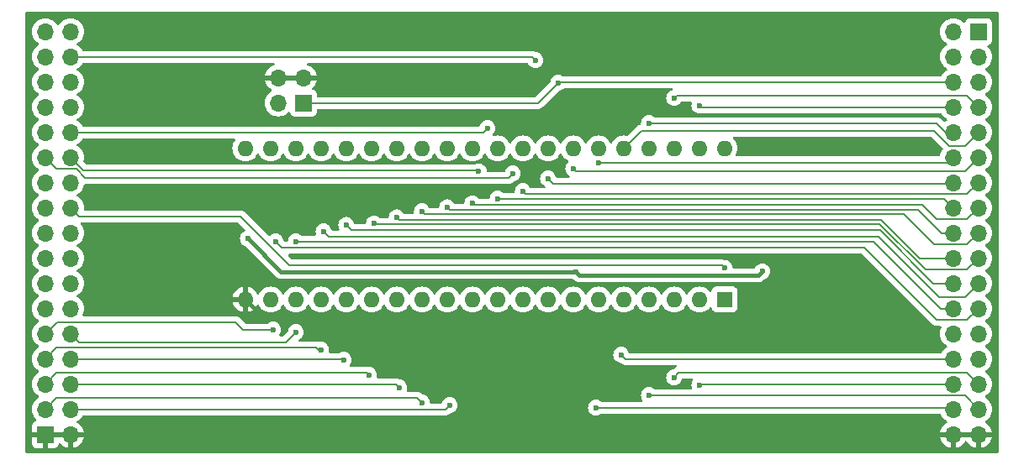
<source format=gbr>
%TF.GenerationSoftware,KiCad,Pcbnew,8.0.7-8.0.7-0~ubuntu22.04.1*%
%TF.CreationDate,2025-01-28T10:36:37+01:00*%
%TF.ProjectId,uPD7220_v1,75504437-3232-4305-9f76-312e6b696361,rev?*%
%TF.SameCoordinates,Original*%
%TF.FileFunction,Copper,L2,Bot*%
%TF.FilePolarity,Positive*%
%FSLAX46Y46*%
G04 Gerber Fmt 4.6, Leading zero omitted, Abs format (unit mm)*
G04 Created by KiCad (PCBNEW 8.0.7-8.0.7-0~ubuntu22.04.1) date 2025-01-28 10:36:37*
%MOMM*%
%LPD*%
G01*
G04 APERTURE LIST*
%TA.AperFunction,ComponentPad*%
%ADD10R,1.700000X1.700000*%
%TD*%
%TA.AperFunction,ComponentPad*%
%ADD11O,1.700000X1.700000*%
%TD*%
%TA.AperFunction,ComponentPad*%
%ADD12R,1.600000X1.600000*%
%TD*%
%TA.AperFunction,ComponentPad*%
%ADD13O,1.600000X1.600000*%
%TD*%
%TA.AperFunction,ViaPad*%
%ADD14C,0.600000*%
%TD*%
%TA.AperFunction,Conductor*%
%ADD15C,0.200000*%
%TD*%
%TA.AperFunction,Conductor*%
%ADD16C,0.400000*%
%TD*%
G04 APERTURE END LIST*
D10*
%TO.P,J2,1,Pin_1*%
%TO.N,/DRQ*%
X78994000Y-76200000D03*
D11*
%TO.P,J2,2,Pin_2*%
%TO.N,/~{INT}*%
X76454000Y-76200000D03*
%TO.P,J2,3,Pin_3*%
%TO.N,GND*%
X78994000Y-73660000D03*
%TO.P,J2,4,Pin_4*%
X76454000Y-73660000D03*
%TD*%
D10*
%TO.P,J3,1,Pin_1*%
%TO.N,/CGAB*%
X147000000Y-69000000D03*
D11*
%TO.P,J3,2,Pin_2*%
%TO.N,/CGAR*%
X144460000Y-69000000D03*
%TO.P,J3,3,Pin_3*%
%TO.N,/CGAI*%
X147000000Y-71540000D03*
%TO.P,J3,4,Pin_4*%
%TO.N,/CGAG*%
X144460000Y-71540000D03*
%TO.P,J3,5,Pin_5*%
%TO.N,/VA18*%
X147000000Y-74080000D03*
%TO.P,J3,6,Pin_6*%
%TO.N,/DRQ*%
X144460000Y-74080000D03*
%TO.P,J3,7,Pin_7*%
%TO.N,/VA16*%
X147000000Y-76620000D03*
%TO.P,J3,8,Pin_8*%
%TO.N,/VA17*%
X144460000Y-76620000D03*
%TO.P,J3,9,Pin_9*%
%TO.N,/VA14*%
X147000000Y-79160000D03*
%TO.P,J3,10,Pin_10*%
%TO.N,/VA15*%
X144460000Y-79160000D03*
%TO.P,J3,11,Pin_11*%
%TO.N,/VA12*%
X147000000Y-81700000D03*
%TO.P,J3,12,Pin_12*%
%TO.N,/VA13*%
X144460000Y-81700000D03*
%TO.P,J3,13,Pin_13*%
%TO.N,/VA10*%
X147000000Y-84240000D03*
%TO.P,J3,14,Pin_14*%
%TO.N,/VA11*%
X144460000Y-84240000D03*
%TO.P,J3,15,Pin_15*%
%TO.N,/VA8*%
X147000000Y-86780000D03*
%TO.P,J3,16,Pin_16*%
%TO.N,/VA9*%
X144460000Y-86780000D03*
%TO.P,J3,17,Pin_17*%
%TO.N,/VA6*%
X147000000Y-89320000D03*
%TO.P,J3,18,Pin_18*%
%TO.N,/VA7*%
X144460000Y-89320000D03*
%TO.P,J3,19,Pin_19*%
%TO.N,/VA4*%
X147000000Y-91860000D03*
%TO.P,J3,20,Pin_20*%
%TO.N,/VA5*%
X144460000Y-91860000D03*
%TO.P,J3,21,Pin_21*%
%TO.N,/VA2*%
X147000000Y-94400000D03*
%TO.P,J3,22,Pin_22*%
%TO.N,/VA3*%
X144460000Y-94400000D03*
%TO.P,J3,23,Pin_23*%
%TO.N,/VA0*%
X147000000Y-96940000D03*
%TO.P,J3,24,Pin_24*%
%TO.N,/VA1*%
X144460000Y-96940000D03*
%TO.P,J3,25,Pin_25*%
%TO.N,/In0*%
X147000000Y-99480000D03*
%TO.P,J3,26,Pin_26*%
%TO.N,/In1*%
X144460000Y-99480000D03*
%TO.P,J3,27,Pin_27*%
%TO.N,/In2*%
X147000000Y-102020000D03*
%TO.P,J3,28,Pin_28*%
%TO.N,/DE*%
X144460000Y-102020000D03*
%TO.P,J3,29,Pin_29*%
%TO.N,/HS*%
X147000000Y-104560000D03*
%TO.P,J3,30,Pin_30*%
%TO.N,/CRSR*%
X144460000Y-104560000D03*
%TO.P,J3,31,Pin_31*%
%TO.N,/VS*%
X147000000Y-107100000D03*
%TO.P,J3,32,Pin_32*%
%TO.N,/~{RP}*%
X144460000Y-107100000D03*
%TO.P,J3,33,Pin_33*%
%TO.N,GND*%
X147000000Y-109640000D03*
%TO.P,J3,34,Pin_34*%
X144460000Y-109640000D03*
%TD*%
D10*
%TO.P,J1,1,Pin_1*%
%TO.N,GND*%
X53000000Y-109640000D03*
D11*
%TO.P,J1,2,Pin_2*%
X55540000Y-109640000D03*
%TO.P,J1,3,Pin_3*%
%TO.N,/D1*%
X53000000Y-107100000D03*
%TO.P,J1,4,Pin_4*%
%TO.N,/D0*%
X55540000Y-107100000D03*
%TO.P,J1,5,Pin_5*%
%TO.N,/D3*%
X53000000Y-104560000D03*
%TO.P,J1,6,Pin_6*%
%TO.N,/D2*%
X55540000Y-104560000D03*
%TO.P,J1,7,Pin_7*%
%TO.N,/D5*%
X53000000Y-102020000D03*
%TO.P,J1,8,Pin_8*%
%TO.N,/D4*%
X55540000Y-102020000D03*
%TO.P,J1,9,Pin_9*%
%TO.N,/D7*%
X53000000Y-99480000D03*
%TO.P,J1,10,Pin_10*%
%TO.N,/D6*%
X55540000Y-99480000D03*
%TO.P,J1,11,Pin_11*%
%TO.N,/Out1*%
X53000000Y-96940000D03*
%TO.P,J1,12,Pin_12*%
%TO.N,/Out0*%
X55540000Y-96940000D03*
%TO.P,J1,13,Pin_13*%
%TO.N,/Out3*%
X53000000Y-94400000D03*
%TO.P,J1,14,Pin_14*%
%TO.N,/Out2*%
X55540000Y-94400000D03*
%TO.P,J1,15,Pin_15*%
%TO.N,/Out5*%
X53000000Y-91860000D03*
%TO.P,J1,16,Pin_16*%
%TO.N,/Out4*%
X55540000Y-91860000D03*
%TO.P,J1,17,Pin_17*%
%TO.N,/Out7*%
X53000000Y-89320000D03*
%TO.P,J1,18,Pin_18*%
%TO.N,/Out6*%
X55540000Y-89320000D03*
%TO.P,J1,19,Pin_19*%
%TO.N,/~{CS}*%
X53000000Y-86780000D03*
%TO.P,J1,20,Pin_20*%
%TO.N,/VCLK*%
X55540000Y-86780000D03*
%TO.P,J1,21,Pin_21*%
%TO.N,/A1#*%
X53000000Y-84240000D03*
%TO.P,J1,22,Pin_22*%
%TO.N,/R{slash}~{W}*%
X55540000Y-84240000D03*
%TO.P,J1,23,Pin_23*%
%TO.N,/~{RD}*%
X53000000Y-81700000D03*
%TO.P,J1,24,Pin_24*%
%TO.N,/A0#*%
X55540000Y-81700000D03*
%TO.P,J1,25,Pin_25*%
%TO.N,/~{RST}*%
X53000000Y-79160000D03*
%TO.P,J1,26,Pin_26*%
%TO.N,/~{WR}*%
X55540000Y-79160000D03*
%TO.P,J1,27,Pin_27*%
%TO.N,/CH0*%
X53000000Y-76620000D03*
%TO.P,J1,28,Pin_28*%
%TO.N,/PHI2*%
X55540000Y-76620000D03*
%TO.P,J1,29,Pin_29*%
%TO.N,/Y*%
X53000000Y-74080000D03*
%TO.P,J1,30,Pin_30*%
%TO.N,/A*%
X55540000Y-74080000D03*
%TO.P,J1,31,Pin_31*%
%TO.N,/B*%
X53000000Y-71540000D03*
%TO.P,J1,32,Pin_32*%
%TO.N,/~{INT}*%
X55540000Y-71540000D03*
%TO.P,J1,33,Pin_33*%
%TO.N,+5V*%
X53000000Y-69000000D03*
%TO.P,J1,34,Pin_34*%
X55540000Y-69000000D03*
%TD*%
D12*
%TO.P,U3,1,CKx2*%
%TO.N,/VCLK*%
X121412000Y-96012000D03*
D13*
%TO.P,U3,2,!DBIN*%
%TO.N,/CRSR*%
X118872000Y-96012000D03*
%TO.P,U3,3,HSYNC*%
%TO.N,/HS*%
X116332000Y-96012000D03*
%TO.P,U3,4,VSYNC*%
%TO.N,/VS*%
X113792000Y-96012000D03*
%TO.P,U3,5,BLANK*%
%TO.N,/DE*%
X111252000Y-96012000D03*
%TO.P,U3,6,ALE*%
%TO.N,/~{RP}*%
X108712000Y-96012000D03*
%TO.P,U3,7,DRQ*%
%TO.N,/DRQ*%
X106172000Y-96012000D03*
%TO.P,U3,8,DACK*%
%TO.N,/~{INT}*%
X103632000Y-96012000D03*
%TO.P,U3,9,!RD*%
%TO.N,/~{RD}*%
X101092000Y-96012000D03*
%TO.P,U3,10,!WE*%
%TO.N,/~{WR}*%
X98552000Y-96012000D03*
%TO.P,U3,11,iA0*%
%TO.N,/A0#*%
X96012000Y-96012000D03*
%TO.P,U3,12,DB0*%
%TO.N,/D0*%
X93472000Y-96012000D03*
%TO.P,U3,13,DB1*%
%TO.N,/D1*%
X90932000Y-96012000D03*
%TO.P,U3,14,DB2*%
%TO.N,/D2*%
X88392000Y-96012000D03*
%TO.P,U3,15,DB3*%
%TO.N,/D3*%
X85852000Y-96012000D03*
%TO.P,U3,16,DB4*%
%TO.N,/D4*%
X83312000Y-96012000D03*
%TO.P,U3,17,DB5*%
%TO.N,/D5*%
X80772000Y-96012000D03*
%TO.P,U3,18,DB6*%
%TO.N,/D6*%
X78232000Y-96012000D03*
%TO.P,U3,19,DB7*%
%TO.N,/D7*%
X75692000Y-96012000D03*
%TO.P,U3,20,GND*%
%TO.N,GND*%
X73152000Y-96012000D03*
%TO.P,U3,21,LPEN*%
%TO.N,unconnected-(U3-LPEN-Pad21)*%
X73152000Y-80772000D03*
%TO.P,U3,22,AD0*%
%TO.N,/VA0*%
X75692000Y-80772000D03*
%TO.P,U3,23,AD1*%
%TO.N,/VA1*%
X78232000Y-80772000D03*
%TO.P,U3,24,AD2*%
%TO.N,/VA2*%
X80772000Y-80772000D03*
%TO.P,U3,25,AD3*%
%TO.N,/VA3*%
X83312000Y-80772000D03*
%TO.P,U3,26,AD4*%
%TO.N,/VA4*%
X85852000Y-80772000D03*
%TO.P,U3,27,AD5*%
%TO.N,/VA5*%
X88392000Y-80772000D03*
%TO.P,U3,28,AD6*%
%TO.N,/VA6*%
X90932000Y-80772000D03*
%TO.P,U3,29,AD7*%
%TO.N,/VA7*%
X93472000Y-80772000D03*
%TO.P,U3,30,AD8*%
%TO.N,/VA8*%
X96012000Y-80772000D03*
%TO.P,U3,31,AD9*%
%TO.N,/VA9*%
X98552000Y-80772000D03*
%TO.P,U3,32,AD10*%
%TO.N,/VA10*%
X101092000Y-80772000D03*
%TO.P,U3,33,AD11*%
%TO.N,/VA11*%
X103632000Y-80772000D03*
%TO.P,U3,34,AD12*%
%TO.N,/VA12*%
X106172000Y-80772000D03*
%TO.P,U3,35,AD13*%
%TO.N,/VA13*%
X108712000Y-80772000D03*
%TO.P,U3,36,AD14*%
%TO.N,/VA14*%
X111252000Y-80772000D03*
%TO.P,U3,37,AD15*%
%TO.N,/VA15*%
X113792000Y-80772000D03*
%TO.P,U3,38,A16*%
%TO.N,/VA16*%
X116332000Y-80772000D03*
%TO.P,U3,39,A17*%
%TO.N,/VA17*%
X118872000Y-80772000D03*
%TO.P,U3,40,+5V*%
%TO.N,+5V*%
X121412000Y-80772000D03*
%TD*%
D14*
%TO.N,GND*%
X100330000Y-100584000D03*
X76200000Y-69596000D03*
X69088000Y-74930000D03*
X60198000Y-75438000D03*
X60198000Y-81280000D03*
X68834000Y-81026000D03*
X82804000Y-77724000D03*
X94742000Y-77216000D03*
X107696000Y-77216000D03*
X113284000Y-75946000D03*
X127762000Y-80518000D03*
X139446000Y-80772000D03*
X133604000Y-92710000D03*
X124714000Y-99822000D03*
X139192000Y-100076000D03*
X131064000Y-97536000D03*
%TO.N,/VA1*%
X78232000Y-90170000D03*
%TO.N,+5V*%
X73406000Y-89877500D03*
%TO.N,/VA2*%
X81026000Y-89154000D03*
%TO.N,/VA0*%
X76200000Y-90170000D03*
%TO.N,GND*%
X125222000Y-96304500D03*
%TO.N,+5V*%
X106452000Y-93218018D03*
%TO.N,/VA3*%
X83311998Y-88504006D03*
%TO.N,/VA4*%
X86106000Y-88358000D03*
%TO.N,/VA5*%
X88392000Y-87742000D03*
%TO.N,/VA6*%
X90932000Y-87122000D03*
%TO.N,/VA7*%
X93472000Y-86726000D03*
%TO.N,/VA8*%
X96012000Y-86326000D03*
%TO.N,/VA9*%
X98552000Y-85852000D03*
%TO.N,/VA10*%
X101092000Y-85090000D03*
%TO.N,/VA11*%
X103632000Y-83820000D03*
%TO.N,/VA12*%
X106172000Y-82804000D03*
%TO.N,/VA13*%
X108712000Y-82200000D03*
%TO.N,+5V*%
X125222022Y-93179511D03*
%TO.N,/VA15*%
X113792000Y-78232000D03*
%TO.N,/VA16*%
X116332000Y-75692000D03*
%TO.N,/VA17*%
X118872000Y-76454010D03*
%TO.N,/D7*%
X75946000Y-99060000D03*
%TO.N,/D6*%
X78232000Y-99314000D03*
%TO.N,/D5*%
X80772000Y-101092000D03*
%TO.N,/D4*%
X83058000Y-102108000D03*
%TO.N,/D3*%
X85598000Y-103632000D03*
%TO.N,/D2*%
X88646000Y-104902000D03*
%TO.N,/D1*%
X90932000Y-106426000D03*
%TO.N,/D0*%
X93726000Y-106680000D03*
%TO.N,/A0#*%
X96659433Y-83115715D03*
%TO.N,/~{WR}*%
X97536000Y-78740000D03*
%TO.N,/~{RD}*%
X100076000Y-83312000D03*
%TO.N,/~{INT}*%
X102362000Y-71882000D03*
%TO.N,/DRQ*%
X104648000Y-74168000D03*
%TO.N,/~{RP}*%
X108458000Y-106934000D03*
%TO.N,/DE*%
X110998000Y-101600000D03*
%TO.N,/VS*%
X113792000Y-105664000D03*
%TO.N,/HS*%
X116332000Y-103886000D03*
%TO.N,/CRSR*%
X118872000Y-104648000D03*
%TO.N,/VCLK*%
X121411993Y-92824200D03*
%TO.N,GND*%
X59690000Y-84582000D03*
X68580000Y-96520000D03*
X107950000Y-71374000D03*
X75438000Y-110236000D03*
X69850000Y-85090000D03*
X127254000Y-70612000D03*
X59182000Y-95758000D03*
X91948000Y-110236000D03*
X116332000Y-71120000D03*
X138684000Y-70358000D03*
%TD*%
D15*
%TO.N,/DRQ*%
X78994000Y-76200000D02*
X102616000Y-76200000D01*
X102616000Y-76200000D02*
X104648000Y-74168000D01*
%TO.N,/VA0*%
X76850000Y-90820000D02*
X76200000Y-90170000D01*
%TO.N,/VA1*%
X143168000Y-96940000D02*
X144460000Y-96940000D01*
%TO.N,/VA0*%
X135524000Y-90820000D02*
X76850000Y-90820000D01*
X145850000Y-98090000D02*
X142794000Y-98090000D01*
X147000000Y-96940000D02*
X145850000Y-98090000D01*
X142794000Y-98090000D02*
X135524000Y-90820000D01*
%TO.N,/VA1*%
X78232000Y-90170000D02*
X136398000Y-90170000D01*
X136398000Y-90170000D02*
X143168000Y-96940000D01*
D16*
%TO.N,+5V*%
X76746518Y-93218018D02*
X73406000Y-89877500D01*
D15*
%TO.N,/VCLK*%
X55540000Y-86780000D02*
X56390000Y-87630000D01*
X56390000Y-87630000D02*
X72644000Y-87630000D01*
X72644000Y-87630000D02*
X77612000Y-92598000D01*
X77612000Y-92598000D02*
X121185793Y-92598000D01*
X121185793Y-92598000D02*
X121411993Y-92824200D01*
%TO.N,/VA2*%
X81026000Y-89154000D02*
X81534000Y-89662000D01*
X81534000Y-89662000D02*
X136906000Y-89662000D01*
X136906000Y-89662000D02*
X143002000Y-95758000D01*
X143002000Y-95758000D02*
X145642000Y-95758000D01*
X145642000Y-95758000D02*
X147000000Y-94400000D01*
%TO.N,/VA6*%
X91186000Y-87376000D02*
X90932000Y-87122000D01*
X139446000Y-87376000D02*
X91186000Y-87376000D01*
X142540000Y-90470000D02*
X139446000Y-87376000D01*
X147000000Y-89320000D02*
X145850000Y-90470000D01*
X145850000Y-90470000D02*
X142540000Y-90470000D01*
%TO.N,/VA3*%
X137071686Y-89008000D02*
X83815992Y-89008000D01*
X144460000Y-94400000D02*
X142463686Y-94400000D01*
X83815992Y-89008000D02*
X83311998Y-88504006D01*
X142463686Y-94400000D02*
X137071686Y-89008000D01*
%TO.N,/VA4*%
X137021371Y-88392000D02*
X86140000Y-88392000D01*
X147000000Y-91860000D02*
X145850000Y-93010000D01*
X141639371Y-93010000D02*
X137021371Y-88392000D01*
X145850000Y-93010000D02*
X141639371Y-93010000D01*
X86140000Y-88392000D02*
X86106000Y-88358000D01*
%TO.N,/VA5*%
X141055057Y-91860000D02*
X137187057Y-87992000D01*
X144460000Y-91860000D02*
X141055057Y-91860000D01*
X137187057Y-87992000D02*
X88642000Y-87992000D01*
X88642000Y-87992000D02*
X88392000Y-87742000D01*
%TO.N,/VA7*%
X93722000Y-86976000D02*
X93472000Y-86726000D01*
X140913919Y-86976000D02*
X93722000Y-86976000D01*
%TO.N,/VA8*%
X141336000Y-86472000D02*
X96158000Y-86472000D01*
%TO.N,/VA7*%
X144460000Y-89320000D02*
X143257919Y-89320000D01*
X143257919Y-89320000D02*
X140913919Y-86976000D01*
%TO.N,/VA8*%
X147000000Y-86780000D02*
X145850000Y-87930000D01*
X145850000Y-87930000D02*
X142794000Y-87930000D01*
X142794000Y-87930000D02*
X141336000Y-86472000D01*
X96158000Y-86472000D02*
X96012000Y-86326000D01*
D16*
%TO.N,+5V*%
X106808176Y-93574194D02*
X124827339Y-93574194D01*
X124827339Y-93574194D02*
X125222022Y-93179511D01*
X106452000Y-93218018D02*
X106808176Y-93574194D01*
D15*
%TO.N,/D7*%
X53000000Y-99480000D02*
X54182000Y-98298000D01*
X54182000Y-98298000D02*
X72136000Y-98298000D01*
X72136000Y-98298000D02*
X72898000Y-99060000D01*
X72898000Y-99060000D02*
X75946000Y-99060000D01*
%TO.N,/D6*%
X77216000Y-100330000D02*
X56390000Y-100330000D01*
D16*
%TO.N,GND*%
X123591163Y-97935337D02*
X75075337Y-97935337D01*
X125222000Y-96304500D02*
X123591163Y-97935337D01*
D15*
%TO.N,/D6*%
X56390000Y-100330000D02*
X55540000Y-99480000D01*
X78232000Y-99314000D02*
X77216000Y-100330000D01*
D16*
%TO.N,GND*%
X75075337Y-97935337D02*
X73152000Y-96012000D01*
%TO.N,+5V*%
X76746518Y-93218018D02*
X106452000Y-93218018D01*
D15*
%TO.N,/~{RD}*%
X100076000Y-83312000D02*
X99628839Y-83759161D01*
X99628839Y-83759161D02*
X57033475Y-83759161D01*
X57033475Y-83759161D02*
X56124314Y-82850000D01*
X56124314Y-82850000D02*
X54150000Y-82850000D01*
X54150000Y-82850000D02*
X53000000Y-81700000D01*
%TO.N,/A0#*%
X96567718Y-83024000D02*
X96659433Y-83115715D01*
X56864000Y-83024000D02*
X96567718Y-83024000D01*
X55540000Y-81700000D02*
X56864000Y-83024000D01*
%TO.N,/VA9*%
X143532000Y-85852000D02*
X144460000Y-86780000D01*
X98552000Y-85852000D02*
X143532000Y-85852000D01*
%TO.N,/VA10*%
X101392000Y-85390000D02*
X145850000Y-85390000D01*
X101092000Y-85090000D02*
X101392000Y-85390000D01*
X145850000Y-85390000D02*
X147000000Y-84240000D01*
%TO.N,/VA11*%
X103632000Y-83820000D02*
X104140000Y-84328000D01*
X104140000Y-84328000D02*
X144372000Y-84328000D01*
X144372000Y-84328000D02*
X144460000Y-84240000D01*
%TO.N,/VA12*%
X106426000Y-83058000D02*
X106172000Y-82804000D01*
X145642000Y-83058000D02*
X106426000Y-83058000D01*
X147000000Y-81700000D02*
X145642000Y-83058000D01*
%TO.N,/VA13*%
X143960000Y-82200000D02*
X108712000Y-82200000D01*
X144460000Y-81700000D02*
X143960000Y-82200000D01*
%TO.N,/VA14*%
X111252000Y-80772000D02*
X113030000Y-78994000D01*
X142494000Y-78994000D02*
X144018000Y-80518000D01*
X113030000Y-78994000D02*
X142494000Y-78994000D01*
X144018000Y-80518000D02*
X145642000Y-80518000D01*
X145642000Y-80518000D02*
X147000000Y-79160000D01*
%TO.N,/VA15*%
X113792000Y-78232000D02*
X142748000Y-78232000D01*
X142748000Y-78232000D02*
X143676000Y-79160000D01*
X143676000Y-79160000D02*
X144460000Y-79160000D01*
%TO.N,/VA16*%
X116586000Y-75438000D02*
X116332000Y-75692000D01*
X145818000Y-75438000D02*
X116586000Y-75438000D01*
X147000000Y-76620000D02*
X145818000Y-75438000D01*
%TO.N,/VA17*%
X119037990Y-76620000D02*
X118872000Y-76454010D01*
X144460000Y-76620000D02*
X119037990Y-76620000D01*
%TO.N,/D5*%
X54150000Y-100870000D02*
X53000000Y-102020000D01*
X80772000Y-101092000D02*
X80518000Y-101092000D01*
X80518000Y-101092000D02*
X80296000Y-100870000D01*
X80296000Y-100870000D02*
X54150000Y-100870000D01*
%TO.N,/D4*%
X83058000Y-102108000D02*
X82970000Y-102020000D01*
X82970000Y-102020000D02*
X55540000Y-102020000D01*
%TO.N,/D3*%
X54150000Y-103410000D02*
X53000000Y-104560000D01*
X85598000Y-103632000D02*
X85376000Y-103410000D01*
X85376000Y-103410000D02*
X54150000Y-103410000D01*
%TO.N,/D2*%
X88646000Y-104902000D02*
X88304000Y-104560000D01*
X88304000Y-104560000D02*
X55540000Y-104560000D01*
%TO.N,/D1*%
X90932000Y-106426000D02*
X90456000Y-105950000D01*
X90456000Y-105950000D02*
X54150000Y-105950000D01*
X54150000Y-105950000D02*
X53000000Y-107100000D01*
%TO.N,/D0*%
X93306000Y-107100000D02*
X55540000Y-107100000D01*
X93726000Y-106680000D02*
X93306000Y-107100000D01*
%TO.N,/~{WR}*%
X97536000Y-78740000D02*
X97116000Y-79160000D01*
X97116000Y-79160000D02*
X55540000Y-79160000D01*
%TO.N,/~{INT}*%
X102020000Y-71540000D02*
X102362000Y-71882000D01*
X55540000Y-71540000D02*
X102020000Y-71540000D01*
%TO.N,/DRQ*%
X104648000Y-74168000D02*
X104736000Y-74080000D01*
X104736000Y-74080000D02*
X144460000Y-74080000D01*
%TO.N,/~{RP}*%
X108458000Y-106934000D02*
X144294000Y-106934000D01*
X144294000Y-106934000D02*
X144460000Y-107100000D01*
%TO.N,/DE*%
X110998000Y-101600000D02*
X111418000Y-102020000D01*
X111418000Y-102020000D02*
X144460000Y-102020000D01*
%TO.N,/VS*%
X145610000Y-105710000D02*
X147000000Y-107100000D01*
X113792000Y-105664000D02*
X114554000Y-105664000D01*
X114554000Y-105664000D02*
X114600000Y-105710000D01*
X114600000Y-105710000D02*
X145610000Y-105710000D01*
%TO.N,/HS*%
X116808000Y-103410000D02*
X145850000Y-103410000D01*
X116332000Y-103886000D02*
X116808000Y-103410000D01*
X145850000Y-103410000D02*
X147000000Y-104560000D01*
%TO.N,/CRSR*%
X118872000Y-104648000D02*
X118960000Y-104560000D01*
X118960000Y-104560000D02*
X144460000Y-104560000D01*
%TD*%
%TA.AperFunction,Conductor*%
%TO.N,GND*%
G36*
X55074075Y-109447007D02*
G01*
X55040000Y-109574174D01*
X55040000Y-109705826D01*
X55074075Y-109832993D01*
X55106988Y-109890000D01*
X53433012Y-109890000D01*
X53465925Y-109832993D01*
X53500000Y-109705826D01*
X53500000Y-109574174D01*
X53465925Y-109447007D01*
X53433012Y-109390000D01*
X55106988Y-109390000D01*
X55074075Y-109447007D01*
G37*
%TD.AperFunction*%
%TA.AperFunction,Conductor*%
G36*
X146534075Y-109447007D02*
G01*
X146500000Y-109574174D01*
X146500000Y-109705826D01*
X146534075Y-109832993D01*
X146566988Y-109890000D01*
X144893012Y-109890000D01*
X144925925Y-109832993D01*
X144960000Y-109705826D01*
X144960000Y-109574174D01*
X144925925Y-109447007D01*
X144893012Y-109390000D01*
X146566988Y-109390000D01*
X146534075Y-109447007D01*
G37*
%TD.AperFunction*%
%TA.AperFunction,Conductor*%
G36*
X72101479Y-79780185D02*
G01*
X72147234Y-79832989D01*
X72157178Y-79902147D01*
X72136015Y-79955623D01*
X72021432Y-80119265D01*
X72021431Y-80119267D01*
X71925261Y-80325502D01*
X71925258Y-80325511D01*
X71866366Y-80545302D01*
X71866364Y-80545313D01*
X71846532Y-80771998D01*
X71846532Y-80772001D01*
X71866364Y-80998686D01*
X71866366Y-80998697D01*
X71925258Y-81218488D01*
X71925261Y-81218497D01*
X72021431Y-81424732D01*
X72021432Y-81424734D01*
X72151954Y-81611141D01*
X72312858Y-81772045D01*
X72312861Y-81772047D01*
X72499266Y-81902568D01*
X72705504Y-81998739D01*
X72925308Y-82057635D01*
X73087230Y-82071801D01*
X73151998Y-82077468D01*
X73152000Y-82077468D01*
X73152002Y-82077468D01*
X73208673Y-82072509D01*
X73378692Y-82057635D01*
X73598496Y-81998739D01*
X73804734Y-81902568D01*
X73991139Y-81772047D01*
X74152047Y-81611139D01*
X74282568Y-81424734D01*
X74309618Y-81366724D01*
X74355790Y-81314285D01*
X74422983Y-81295133D01*
X74489865Y-81315348D01*
X74534382Y-81366725D01*
X74561429Y-81424728D01*
X74561432Y-81424734D01*
X74691954Y-81611141D01*
X74852858Y-81772045D01*
X74852861Y-81772047D01*
X75039266Y-81902568D01*
X75245504Y-81998739D01*
X75465308Y-82057635D01*
X75627230Y-82071801D01*
X75691998Y-82077468D01*
X75692000Y-82077468D01*
X75692002Y-82077468D01*
X75748673Y-82072509D01*
X75918692Y-82057635D01*
X76138496Y-81998739D01*
X76344734Y-81902568D01*
X76531139Y-81772047D01*
X76692047Y-81611139D01*
X76822568Y-81424734D01*
X76849618Y-81366724D01*
X76895790Y-81314285D01*
X76962983Y-81295133D01*
X77029865Y-81315348D01*
X77074382Y-81366725D01*
X77101429Y-81424728D01*
X77101432Y-81424734D01*
X77231954Y-81611141D01*
X77392858Y-81772045D01*
X77392861Y-81772047D01*
X77579266Y-81902568D01*
X77785504Y-81998739D01*
X78005308Y-82057635D01*
X78167230Y-82071801D01*
X78231998Y-82077468D01*
X78232000Y-82077468D01*
X78232002Y-82077468D01*
X78288673Y-82072509D01*
X78458692Y-82057635D01*
X78678496Y-81998739D01*
X78884734Y-81902568D01*
X79071139Y-81772047D01*
X79232047Y-81611139D01*
X79362568Y-81424734D01*
X79389618Y-81366724D01*
X79435790Y-81314285D01*
X79502983Y-81295133D01*
X79569865Y-81315348D01*
X79614382Y-81366725D01*
X79641429Y-81424728D01*
X79641432Y-81424734D01*
X79771954Y-81611141D01*
X79932858Y-81772045D01*
X79932861Y-81772047D01*
X80119266Y-81902568D01*
X80325504Y-81998739D01*
X80545308Y-82057635D01*
X80707230Y-82071801D01*
X80771998Y-82077468D01*
X80772000Y-82077468D01*
X80772002Y-82077468D01*
X80828673Y-82072509D01*
X80998692Y-82057635D01*
X81218496Y-81998739D01*
X81424734Y-81902568D01*
X81611139Y-81772047D01*
X81772047Y-81611139D01*
X81902568Y-81424734D01*
X81929618Y-81366724D01*
X81975790Y-81314285D01*
X82042983Y-81295133D01*
X82109865Y-81315348D01*
X82154382Y-81366725D01*
X82181429Y-81424728D01*
X82181432Y-81424734D01*
X82311954Y-81611141D01*
X82472858Y-81772045D01*
X82472861Y-81772047D01*
X82659266Y-81902568D01*
X82865504Y-81998739D01*
X83085308Y-82057635D01*
X83247230Y-82071801D01*
X83311998Y-82077468D01*
X83312000Y-82077468D01*
X83312002Y-82077468D01*
X83368673Y-82072509D01*
X83538692Y-82057635D01*
X83758496Y-81998739D01*
X83964734Y-81902568D01*
X84151139Y-81772047D01*
X84312047Y-81611139D01*
X84442568Y-81424734D01*
X84469618Y-81366724D01*
X84515790Y-81314285D01*
X84582983Y-81295133D01*
X84649865Y-81315348D01*
X84694382Y-81366725D01*
X84721429Y-81424728D01*
X84721432Y-81424734D01*
X84851954Y-81611141D01*
X85012858Y-81772045D01*
X85012861Y-81772047D01*
X85199266Y-81902568D01*
X85405504Y-81998739D01*
X85625308Y-82057635D01*
X85787230Y-82071801D01*
X85851998Y-82077468D01*
X85852000Y-82077468D01*
X85852002Y-82077468D01*
X85908673Y-82072509D01*
X86078692Y-82057635D01*
X86298496Y-81998739D01*
X86504734Y-81902568D01*
X86691139Y-81772047D01*
X86852047Y-81611139D01*
X86982568Y-81424734D01*
X87009618Y-81366724D01*
X87055790Y-81314285D01*
X87122983Y-81295133D01*
X87189865Y-81315348D01*
X87234382Y-81366725D01*
X87261429Y-81424728D01*
X87261432Y-81424734D01*
X87391954Y-81611141D01*
X87552858Y-81772045D01*
X87552861Y-81772047D01*
X87739266Y-81902568D01*
X87945504Y-81998739D01*
X88165308Y-82057635D01*
X88327230Y-82071801D01*
X88391998Y-82077468D01*
X88392000Y-82077468D01*
X88392002Y-82077468D01*
X88448673Y-82072509D01*
X88618692Y-82057635D01*
X88838496Y-81998739D01*
X89044734Y-81902568D01*
X89231139Y-81772047D01*
X89392047Y-81611139D01*
X89522568Y-81424734D01*
X89549618Y-81366724D01*
X89595790Y-81314285D01*
X89662983Y-81295133D01*
X89729865Y-81315348D01*
X89774382Y-81366725D01*
X89801429Y-81424728D01*
X89801432Y-81424734D01*
X89931954Y-81611141D01*
X90092858Y-81772045D01*
X90092861Y-81772047D01*
X90279266Y-81902568D01*
X90485504Y-81998739D01*
X90705308Y-82057635D01*
X90867230Y-82071801D01*
X90931998Y-82077468D01*
X90932000Y-82077468D01*
X90932002Y-82077468D01*
X90988673Y-82072509D01*
X91158692Y-82057635D01*
X91378496Y-81998739D01*
X91584734Y-81902568D01*
X91771139Y-81772047D01*
X91932047Y-81611139D01*
X92062568Y-81424734D01*
X92089618Y-81366724D01*
X92135790Y-81314285D01*
X92202983Y-81295133D01*
X92269865Y-81315348D01*
X92314382Y-81366725D01*
X92341429Y-81424728D01*
X92341432Y-81424734D01*
X92471954Y-81611141D01*
X92632858Y-81772045D01*
X92632861Y-81772047D01*
X92819266Y-81902568D01*
X93025504Y-81998739D01*
X93245308Y-82057635D01*
X93407230Y-82071801D01*
X93471998Y-82077468D01*
X93472000Y-82077468D01*
X93472002Y-82077468D01*
X93528673Y-82072509D01*
X93698692Y-82057635D01*
X93918496Y-81998739D01*
X94124734Y-81902568D01*
X94311139Y-81772047D01*
X94472047Y-81611139D01*
X94602568Y-81424734D01*
X94629618Y-81366724D01*
X94675790Y-81314285D01*
X94742983Y-81295133D01*
X94809865Y-81315348D01*
X94854382Y-81366725D01*
X94881429Y-81424728D01*
X94881432Y-81424734D01*
X95011954Y-81611141D01*
X95172858Y-81772045D01*
X95172861Y-81772047D01*
X95359266Y-81902568D01*
X95565504Y-81998739D01*
X95785308Y-82057635D01*
X95947230Y-82071801D01*
X96011998Y-82077468D01*
X96012000Y-82077468D01*
X96012002Y-82077468D01*
X96068673Y-82072509D01*
X96238692Y-82057635D01*
X96458496Y-81998739D01*
X96664734Y-81902568D01*
X96851139Y-81772047D01*
X97012047Y-81611139D01*
X97142568Y-81424734D01*
X97169618Y-81366724D01*
X97215790Y-81314285D01*
X97282983Y-81295133D01*
X97349865Y-81315348D01*
X97394382Y-81366725D01*
X97421429Y-81424728D01*
X97421432Y-81424734D01*
X97551954Y-81611141D01*
X97712858Y-81772045D01*
X97712861Y-81772047D01*
X97899266Y-81902568D01*
X98105504Y-81998739D01*
X98325308Y-82057635D01*
X98487230Y-82071801D01*
X98551998Y-82077468D01*
X98552000Y-82077468D01*
X98552002Y-82077468D01*
X98608673Y-82072509D01*
X98778692Y-82057635D01*
X98998496Y-81998739D01*
X99204734Y-81902568D01*
X99391139Y-81772047D01*
X99552047Y-81611139D01*
X99682568Y-81424734D01*
X99709618Y-81366724D01*
X99755790Y-81314285D01*
X99822983Y-81295133D01*
X99889865Y-81315348D01*
X99934382Y-81366725D01*
X99961429Y-81424728D01*
X99961432Y-81424734D01*
X100091954Y-81611141D01*
X100252858Y-81772045D01*
X100252861Y-81772047D01*
X100439266Y-81902568D01*
X100645504Y-81998739D01*
X100865308Y-82057635D01*
X101027230Y-82071801D01*
X101091998Y-82077468D01*
X101092000Y-82077468D01*
X101092002Y-82077468D01*
X101148673Y-82072509D01*
X101318692Y-82057635D01*
X101538496Y-81998739D01*
X101744734Y-81902568D01*
X101931139Y-81772047D01*
X102092047Y-81611139D01*
X102222568Y-81424734D01*
X102249618Y-81366724D01*
X102295790Y-81314285D01*
X102362983Y-81295133D01*
X102429865Y-81315348D01*
X102474382Y-81366725D01*
X102501429Y-81424728D01*
X102501432Y-81424734D01*
X102631954Y-81611141D01*
X102792858Y-81772045D01*
X102792861Y-81772047D01*
X102979266Y-81902568D01*
X103185504Y-81998739D01*
X103405308Y-82057635D01*
X103567230Y-82071801D01*
X103631998Y-82077468D01*
X103632000Y-82077468D01*
X103632002Y-82077468D01*
X103688673Y-82072509D01*
X103858692Y-82057635D01*
X104078496Y-81998739D01*
X104284734Y-81902568D01*
X104471139Y-81772047D01*
X104632047Y-81611139D01*
X104762568Y-81424734D01*
X104789618Y-81366724D01*
X104835790Y-81314285D01*
X104902983Y-81295133D01*
X104969865Y-81315348D01*
X105014382Y-81366725D01*
X105041429Y-81424728D01*
X105041432Y-81424734D01*
X105171954Y-81611141D01*
X105332858Y-81772045D01*
X105332861Y-81772047D01*
X105519266Y-81902568D01*
X105589691Y-81935408D01*
X105647785Y-81962498D01*
X105700224Y-82008671D01*
X105719376Y-82075864D01*
X105699160Y-82142745D01*
X105672700Y-82171821D01*
X105669740Y-82174181D01*
X105542184Y-82301737D01*
X105446211Y-82454476D01*
X105386631Y-82624745D01*
X105386630Y-82624750D01*
X105366435Y-82803996D01*
X105366435Y-82804003D01*
X105386630Y-82983249D01*
X105386631Y-82983254D01*
X105446211Y-83153523D01*
X105476361Y-83201506D01*
X105542184Y-83306262D01*
X105669738Y-83433816D01*
X105696292Y-83450501D01*
X105772691Y-83498506D01*
X105818982Y-83550841D01*
X105829630Y-83619895D01*
X105801255Y-83683743D01*
X105742865Y-83722115D01*
X105706719Y-83727500D01*
X104535707Y-83727500D01*
X104468668Y-83707815D01*
X104422913Y-83655011D01*
X104418665Y-83644454D01*
X104417368Y-83640748D01*
X104417368Y-83640745D01*
X104357789Y-83470478D01*
X104261816Y-83317738D01*
X104134262Y-83190184D01*
X103981523Y-83094211D01*
X103811254Y-83034631D01*
X103811249Y-83034630D01*
X103632004Y-83014435D01*
X103631996Y-83014435D01*
X103452750Y-83034630D01*
X103452745Y-83034631D01*
X103282476Y-83094211D01*
X103129737Y-83190184D01*
X103002184Y-83317737D01*
X102906211Y-83470476D01*
X102846631Y-83640745D01*
X102846630Y-83640750D01*
X102826435Y-83819996D01*
X102826435Y-83820003D01*
X102846630Y-83999249D01*
X102846631Y-83999254D01*
X102906211Y-84169523D01*
X102950495Y-84240000D01*
X103002184Y-84322262D01*
X103129738Y-84449816D01*
X103282478Y-84545789D01*
X103290105Y-84548458D01*
X103346881Y-84589179D01*
X103372629Y-84654132D01*
X103359173Y-84722693D01*
X103310787Y-84773097D01*
X103249151Y-84789500D01*
X101917124Y-84789500D01*
X101850085Y-84769815D01*
X101812130Y-84731472D01*
X101794657Y-84703664D01*
X101721816Y-84587738D01*
X101594262Y-84460184D01*
X101441523Y-84364211D01*
X101271254Y-84304631D01*
X101271249Y-84304630D01*
X101092004Y-84284435D01*
X101091996Y-84284435D01*
X100912750Y-84304630D01*
X100912745Y-84304631D01*
X100742476Y-84364211D01*
X100589737Y-84460184D01*
X100462184Y-84587737D01*
X100366211Y-84740476D01*
X100306631Y-84910745D01*
X100306630Y-84910750D01*
X100286435Y-85089996D01*
X100286435Y-85090000D01*
X100288846Y-85111402D01*
X100289096Y-85113615D01*
X100277042Y-85182437D01*
X100229694Y-85233817D01*
X100165876Y-85251500D01*
X99134412Y-85251500D01*
X99067373Y-85231815D01*
X99057097Y-85224445D01*
X99054263Y-85222185D01*
X99054262Y-85222184D01*
X98991005Y-85182437D01*
X98901523Y-85126211D01*
X98731254Y-85066631D01*
X98731249Y-85066630D01*
X98552004Y-85046435D01*
X98551996Y-85046435D01*
X98372750Y-85066630D01*
X98372745Y-85066631D01*
X98202476Y-85126211D01*
X98049737Y-85222184D01*
X97922184Y-85349737D01*
X97826211Y-85502476D01*
X97766631Y-85672745D01*
X97766630Y-85672749D01*
X97756644Y-85761384D01*
X97729577Y-85825798D01*
X97671982Y-85865353D01*
X97633424Y-85871500D01*
X96739620Y-85871500D01*
X96672581Y-85851815D01*
X96646833Y-85828568D01*
X96646740Y-85828662D01*
X96644918Y-85826840D01*
X96642675Y-85824815D01*
X96641816Y-85823738D01*
X96514262Y-85696184D01*
X96361523Y-85600211D01*
X96191254Y-85540631D01*
X96191249Y-85540630D01*
X96012004Y-85520435D01*
X96011996Y-85520435D01*
X95832750Y-85540630D01*
X95832745Y-85540631D01*
X95662476Y-85600211D01*
X95509737Y-85696184D01*
X95382184Y-85823737D01*
X95286211Y-85976476D01*
X95226631Y-86146745D01*
X95226630Y-86146749D01*
X95213264Y-86265384D01*
X95186197Y-86329798D01*
X95128603Y-86369353D01*
X95090044Y-86375500D01*
X94265707Y-86375500D01*
X94198668Y-86355815D01*
X94160713Y-86317472D01*
X94101815Y-86223737D01*
X93974262Y-86096184D01*
X93821523Y-86000211D01*
X93651254Y-85940631D01*
X93651249Y-85940630D01*
X93472004Y-85920435D01*
X93471996Y-85920435D01*
X93292750Y-85940630D01*
X93292745Y-85940631D01*
X93122476Y-86000211D01*
X92969737Y-86096184D01*
X92842184Y-86223737D01*
X92746211Y-86376476D01*
X92686631Y-86546745D01*
X92686630Y-86546749D01*
X92673264Y-86665384D01*
X92646197Y-86729798D01*
X92588603Y-86769353D01*
X92550044Y-86775500D01*
X91728220Y-86775500D01*
X91661181Y-86755815D01*
X91623226Y-86717472D01*
X91561815Y-86619737D01*
X91434262Y-86492184D01*
X91281523Y-86396211D01*
X91111254Y-86336631D01*
X91111249Y-86336630D01*
X90932004Y-86316435D01*
X90931996Y-86316435D01*
X90752750Y-86336630D01*
X90752745Y-86336631D01*
X90582476Y-86396211D01*
X90429737Y-86492184D01*
X90302184Y-86619737D01*
X90206211Y-86772476D01*
X90146631Y-86942745D01*
X90146630Y-86942750D01*
X90126435Y-87121996D01*
X90126435Y-87122003D01*
X90141264Y-87253617D01*
X90129209Y-87322439D01*
X90081860Y-87373818D01*
X90018044Y-87391500D01*
X89185707Y-87391500D01*
X89118668Y-87371815D01*
X89080713Y-87333472D01*
X89035354Y-87261284D01*
X89021816Y-87239738D01*
X88894262Y-87112184D01*
X88827800Y-87070423D01*
X88741523Y-87016211D01*
X88571254Y-86956631D01*
X88571249Y-86956630D01*
X88392004Y-86936435D01*
X88391996Y-86936435D01*
X88212750Y-86956630D01*
X88212745Y-86956631D01*
X88042476Y-87016211D01*
X87889737Y-87112184D01*
X87762184Y-87239737D01*
X87666211Y-87392476D01*
X87606631Y-87562745D01*
X87606630Y-87562749D01*
X87593264Y-87681384D01*
X87566197Y-87745798D01*
X87508603Y-87785353D01*
X87470044Y-87791500D01*
X86722940Y-87791500D01*
X86655901Y-87771815D01*
X86635259Y-87755181D01*
X86608262Y-87728184D01*
X86455523Y-87632211D01*
X86285254Y-87572631D01*
X86285249Y-87572630D01*
X86106004Y-87552435D01*
X86105996Y-87552435D01*
X85926750Y-87572630D01*
X85926745Y-87572631D01*
X85756476Y-87632211D01*
X85603737Y-87728184D01*
X85476184Y-87855737D01*
X85380211Y-88008476D01*
X85320631Y-88178745D01*
X85320630Y-88178749D01*
X85307264Y-88297384D01*
X85280197Y-88361798D01*
X85222603Y-88401353D01*
X85184044Y-88407500D01*
X84214304Y-88407500D01*
X84147265Y-88387815D01*
X84101510Y-88335011D01*
X84097262Y-88324454D01*
X84037787Y-88154484D01*
X83972135Y-88050000D01*
X83941814Y-88001744D01*
X83814260Y-87874190D01*
X83725627Y-87818498D01*
X83661521Y-87778217D01*
X83491252Y-87718637D01*
X83491247Y-87718636D01*
X83312002Y-87698441D01*
X83311994Y-87698441D01*
X83132748Y-87718636D01*
X83132743Y-87718637D01*
X82962474Y-87778217D01*
X82809735Y-87874190D01*
X82682182Y-88001743D01*
X82586209Y-88154482D01*
X82526629Y-88324751D01*
X82526628Y-88324756D01*
X82506433Y-88504002D01*
X82506433Y-88504009D01*
X82526628Y-88683255D01*
X82526629Y-88683260D01*
X82586209Y-88853528D01*
X82597519Y-88871528D01*
X82616519Y-88938764D01*
X82596152Y-89005600D01*
X82542884Y-89050814D01*
X82492525Y-89061500D01*
X81929707Y-89061500D01*
X81862668Y-89041815D01*
X81816913Y-88989011D01*
X81812665Y-88978454D01*
X81811368Y-88974748D01*
X81811368Y-88974745D01*
X81751789Y-88804478D01*
X81655816Y-88651738D01*
X81528262Y-88524184D01*
X81496143Y-88504002D01*
X81375523Y-88428211D01*
X81205254Y-88368631D01*
X81205249Y-88368630D01*
X81026004Y-88348435D01*
X81025996Y-88348435D01*
X80846750Y-88368630D01*
X80846745Y-88368631D01*
X80676476Y-88428211D01*
X80523737Y-88524184D01*
X80396184Y-88651737D01*
X80300211Y-88804476D01*
X80240631Y-88974745D01*
X80240630Y-88974750D01*
X80220435Y-89153996D01*
X80220435Y-89154003D01*
X80240630Y-89333249D01*
X80240632Y-89333257D01*
X80265577Y-89404546D01*
X80269138Y-89474325D01*
X80234409Y-89534952D01*
X80172415Y-89567179D01*
X80148535Y-89569500D01*
X78814412Y-89569500D01*
X78747373Y-89549815D01*
X78737097Y-89542445D01*
X78734263Y-89540185D01*
X78734262Y-89540184D01*
X78675915Y-89503522D01*
X78581523Y-89444211D01*
X78411254Y-89384631D01*
X78411249Y-89384630D01*
X78232004Y-89364435D01*
X78231996Y-89364435D01*
X78052750Y-89384630D01*
X78052745Y-89384631D01*
X77882476Y-89444211D01*
X77729737Y-89540184D01*
X77602184Y-89667737D01*
X77506211Y-89820476D01*
X77446631Y-89990745D01*
X77446630Y-89990749D01*
X77433264Y-90109384D01*
X77406197Y-90173798D01*
X77348603Y-90213353D01*
X77310044Y-90219500D01*
X77150097Y-90219500D01*
X77083058Y-90199815D01*
X77062416Y-90183181D01*
X77030700Y-90151465D01*
X76997215Y-90090142D01*
X76995163Y-90077686D01*
X76985368Y-89990745D01*
X76925789Y-89820478D01*
X76829816Y-89667738D01*
X76702262Y-89540184D01*
X76643915Y-89503522D01*
X76549523Y-89444211D01*
X76379254Y-89384631D01*
X76379249Y-89384630D01*
X76200004Y-89364435D01*
X76199996Y-89364435D01*
X76020750Y-89384630D01*
X76020745Y-89384631D01*
X75850476Y-89444211D01*
X75697739Y-89540183D01*
X75638259Y-89599663D01*
X75576935Y-89633147D01*
X75507244Y-89628162D01*
X75462897Y-89599662D01*
X73131590Y-87268355D01*
X73131588Y-87268352D01*
X73012717Y-87149481D01*
X73012709Y-87149475D01*
X72912292Y-87091500D01*
X72912291Y-87091499D01*
X72912291Y-87091500D01*
X72875785Y-87070423D01*
X72723057Y-87029499D01*
X72564943Y-87029499D01*
X72557347Y-87029499D01*
X72557331Y-87029500D01*
X57009152Y-87029500D01*
X56942113Y-87009815D01*
X56896358Y-86957011D01*
X56885624Y-86894694D01*
X56895659Y-86780000D01*
X56894727Y-86769353D01*
X56891267Y-86729798D01*
X56875063Y-86544592D01*
X56819341Y-86336631D01*
X56813905Y-86316344D01*
X56813904Y-86316343D01*
X56813903Y-86316337D01*
X56714035Y-86102171D01*
X56708425Y-86094158D01*
X56578494Y-85908597D01*
X56411402Y-85741506D01*
X56411396Y-85741501D01*
X56225842Y-85611575D01*
X56182217Y-85556998D01*
X56175023Y-85487500D01*
X56206546Y-85425145D01*
X56225842Y-85408425D01*
X56248026Y-85392891D01*
X56411401Y-85278495D01*
X56578495Y-85111401D01*
X56714035Y-84917830D01*
X56813903Y-84703663D01*
X56875063Y-84475408D01*
X56875286Y-84472857D01*
X56875697Y-84471804D01*
X56876002Y-84470080D01*
X56876348Y-84470141D01*
X56900737Y-84407788D01*
X56957327Y-84366808D01*
X56998814Y-84359662D01*
X57120128Y-84359662D01*
X57120144Y-84359661D01*
X99542170Y-84359661D01*
X99542186Y-84359662D01*
X99549782Y-84359662D01*
X99707893Y-84359662D01*
X99707896Y-84359662D01*
X99860624Y-84318738D01*
X99920038Y-84284435D01*
X99997555Y-84239681D01*
X100094538Y-84142697D01*
X100155857Y-84109215D01*
X100168315Y-84107163D01*
X100255255Y-84097368D01*
X100425522Y-84037789D01*
X100578262Y-83941816D01*
X100705816Y-83814262D01*
X100801789Y-83661522D01*
X100861368Y-83491255D01*
X100863709Y-83470478D01*
X100881565Y-83312003D01*
X100881565Y-83311996D01*
X100861369Y-83132750D01*
X100861368Y-83132745D01*
X100820866Y-83016998D01*
X100801789Y-82962478D01*
X100705816Y-82809738D01*
X100578262Y-82682184D01*
X100425523Y-82586211D01*
X100255254Y-82526631D01*
X100255249Y-82526630D01*
X100076004Y-82506435D01*
X100075996Y-82506435D01*
X99896750Y-82526630D01*
X99896745Y-82526631D01*
X99726476Y-82586211D01*
X99573737Y-82682184D01*
X99446184Y-82809737D01*
X99350209Y-82962480D01*
X99310621Y-83075616D01*
X99269900Y-83132392D01*
X99204947Y-83158139D01*
X99193580Y-83158661D01*
X97580650Y-83158661D01*
X97513611Y-83138976D01*
X97467856Y-83086172D01*
X97457430Y-83048544D01*
X97444802Y-82936465D01*
X97444801Y-82936460D01*
X97426845Y-82885145D01*
X97385222Y-82766193D01*
X97289249Y-82613453D01*
X97161695Y-82485899D01*
X97008956Y-82389926D01*
X96838687Y-82330346D01*
X96838682Y-82330345D01*
X96659437Y-82310150D01*
X96659429Y-82310150D01*
X96480183Y-82330345D01*
X96480170Y-82330348D01*
X96309915Y-82389923D01*
X96296399Y-82398415D01*
X96286723Y-82404495D01*
X96220754Y-82423500D01*
X57164098Y-82423500D01*
X57097059Y-82403815D01*
X57076417Y-82387181D01*
X56872766Y-82183530D01*
X56839281Y-82122207D01*
X56840671Y-82063757D01*
X56875063Y-81935408D01*
X56895659Y-81700000D01*
X56875063Y-81464592D01*
X56813903Y-81236337D01*
X56714035Y-81022171D01*
X56708425Y-81014158D01*
X56578494Y-80828597D01*
X56411402Y-80661506D01*
X56411396Y-80661501D01*
X56225842Y-80531575D01*
X56182217Y-80476998D01*
X56175023Y-80407500D01*
X56206546Y-80345145D01*
X56225842Y-80328425D01*
X56276922Y-80292658D01*
X56411401Y-80198495D01*
X56578495Y-80031401D01*
X56714035Y-79837830D01*
X56716707Y-79832097D01*
X56762878Y-79779658D01*
X56829091Y-79760500D01*
X72034440Y-79760500D01*
X72101479Y-79780185D01*
G37*
%TD.AperFunction*%
%TA.AperFunction,Conductor*%
G36*
X142260942Y-79614185D02*
G01*
X142281584Y-79630819D01*
X143371760Y-80720995D01*
X143405245Y-80782318D01*
X143400261Y-80852010D01*
X143385654Y-80879799D01*
X143285965Y-81022169D01*
X143285964Y-81022171D01*
X143186098Y-81236335D01*
X143186094Y-81236344D01*
X143124938Y-81464586D01*
X143124936Y-81464595D01*
X143123037Y-81486309D01*
X143097584Y-81551377D01*
X143040993Y-81592355D01*
X142999509Y-81599500D01*
X122655714Y-81599500D01*
X122588675Y-81579815D01*
X122542920Y-81527011D01*
X122532976Y-81457853D01*
X122543332Y-81423095D01*
X122569618Y-81366725D01*
X122638739Y-81218496D01*
X122697635Y-80998692D01*
X122717468Y-80772000D01*
X122697635Y-80545308D01*
X122638739Y-80325504D01*
X122542568Y-80119266D01*
X122412047Y-79932861D01*
X122412045Y-79932858D01*
X122285368Y-79806181D01*
X122251883Y-79744858D01*
X122256867Y-79675166D01*
X122298739Y-79619233D01*
X122364203Y-79594816D01*
X122373049Y-79594500D01*
X142193903Y-79594500D01*
X142260942Y-79614185D01*
G37*
%TD.AperFunction*%
%TA.AperFunction,Conductor*%
G36*
X76034015Y-72160185D02*
G01*
X76079770Y-72212989D01*
X76089714Y-72282147D01*
X76060689Y-72345703D01*
X76001911Y-72383477D01*
X75999069Y-72384275D01*
X75990516Y-72386566D01*
X75990507Y-72386570D01*
X75776422Y-72486399D01*
X75776420Y-72486400D01*
X75582926Y-72621886D01*
X75582920Y-72621891D01*
X75415891Y-72788920D01*
X75415886Y-72788926D01*
X75280400Y-72982420D01*
X75280399Y-72982422D01*
X75180570Y-73196507D01*
X75180567Y-73196513D01*
X75123364Y-73409999D01*
X75123364Y-73410000D01*
X76020988Y-73410000D01*
X75988075Y-73467007D01*
X75954000Y-73594174D01*
X75954000Y-73725826D01*
X75988075Y-73852993D01*
X76020988Y-73910000D01*
X75123364Y-73910000D01*
X75180567Y-74123486D01*
X75180570Y-74123492D01*
X75280399Y-74337578D01*
X75415894Y-74531082D01*
X75582917Y-74698105D01*
X75768595Y-74828119D01*
X75812219Y-74882696D01*
X75819412Y-74952195D01*
X75787890Y-75014549D01*
X75768595Y-75031269D01*
X75582594Y-75161508D01*
X75415505Y-75328597D01*
X75279965Y-75522169D01*
X75279964Y-75522171D01*
X75180098Y-75736335D01*
X75180094Y-75736344D01*
X75118938Y-75964586D01*
X75118936Y-75964596D01*
X75098341Y-76199999D01*
X75098341Y-76200000D01*
X75118936Y-76435403D01*
X75118938Y-76435413D01*
X75180094Y-76663655D01*
X75180096Y-76663659D01*
X75180097Y-76663663D01*
X75243906Y-76800501D01*
X75279965Y-76877830D01*
X75279967Y-76877834D01*
X75388281Y-77032521D01*
X75415505Y-77071401D01*
X75582599Y-77238495D01*
X75667338Y-77297830D01*
X75776165Y-77374032D01*
X75776167Y-77374033D01*
X75776170Y-77374035D01*
X75990337Y-77473903D01*
X76218592Y-77535063D01*
X76395034Y-77550500D01*
X76453999Y-77555659D01*
X76454000Y-77555659D01*
X76454001Y-77555659D01*
X76512966Y-77550500D01*
X76689408Y-77535063D01*
X76917663Y-77473903D01*
X77131830Y-77374035D01*
X77325401Y-77238495D01*
X77447329Y-77116566D01*
X77508648Y-77083084D01*
X77578340Y-77088068D01*
X77634274Y-77129939D01*
X77651189Y-77160917D01*
X77700202Y-77292328D01*
X77700206Y-77292335D01*
X77786452Y-77407544D01*
X77786455Y-77407547D01*
X77901664Y-77493793D01*
X77901671Y-77493797D01*
X78036517Y-77544091D01*
X78036516Y-77544091D01*
X78043444Y-77544835D01*
X78096127Y-77550500D01*
X79891872Y-77550499D01*
X79951483Y-77544091D01*
X80086331Y-77493796D01*
X80201546Y-77407546D01*
X80287796Y-77292331D01*
X80338091Y-77157483D01*
X80344500Y-77097873D01*
X80344500Y-76924500D01*
X80364185Y-76857461D01*
X80416989Y-76811706D01*
X80468500Y-76800500D01*
X102529331Y-76800500D01*
X102529347Y-76800501D01*
X102536943Y-76800501D01*
X102695054Y-76800501D01*
X102695057Y-76800501D01*
X102847785Y-76759577D01*
X102918861Y-76718541D01*
X102984716Y-76680520D01*
X103096520Y-76568716D01*
X103096520Y-76568714D01*
X103106724Y-76558511D01*
X103106728Y-76558506D01*
X104666535Y-74998698D01*
X104727856Y-74965215D01*
X104740311Y-74963163D01*
X104827255Y-74953368D01*
X104997522Y-74893789D01*
X105150262Y-74797816D01*
X105231259Y-74716819D01*
X105292582Y-74683334D01*
X105318940Y-74680500D01*
X116069180Y-74680500D01*
X116136219Y-74700185D01*
X116181974Y-74752989D01*
X116191918Y-74822147D01*
X116162893Y-74885703D01*
X116110135Y-74921542D01*
X115982476Y-74966211D01*
X115829737Y-75062184D01*
X115702184Y-75189737D01*
X115606211Y-75342476D01*
X115546631Y-75512745D01*
X115546630Y-75512750D01*
X115526435Y-75691996D01*
X115526435Y-75692003D01*
X115546630Y-75871249D01*
X115546631Y-75871254D01*
X115606211Y-76041523D01*
X115693315Y-76180147D01*
X115702184Y-76194262D01*
X115829738Y-76321816D01*
X115982478Y-76417789D01*
X116152745Y-76477368D01*
X116152750Y-76477369D01*
X116331996Y-76497565D01*
X116332000Y-76497565D01*
X116332004Y-76497565D01*
X116511249Y-76477369D01*
X116511252Y-76477368D01*
X116511255Y-76477368D01*
X116681522Y-76417789D01*
X116834262Y-76321816D01*
X116961816Y-76194262D01*
X117023226Y-76096527D01*
X117075561Y-76050237D01*
X117128220Y-76038500D01*
X117994539Y-76038500D01*
X118061578Y-76058185D01*
X118107333Y-76110989D01*
X118117277Y-76180147D01*
X118111581Y-76203455D01*
X118086631Y-76274755D01*
X118086630Y-76274760D01*
X118066435Y-76454006D01*
X118066435Y-76454013D01*
X118086630Y-76633259D01*
X118086631Y-76633264D01*
X118146211Y-76803533D01*
X118192898Y-76877834D01*
X118242184Y-76956272D01*
X118369738Y-77083826D01*
X118522478Y-77179799D01*
X118690216Y-77238493D01*
X118692745Y-77239378D01*
X118692750Y-77239379D01*
X118871996Y-77259575D01*
X118872000Y-77259575D01*
X118872004Y-77259575D01*
X119051246Y-77239379D01*
X119051245Y-77239379D01*
X119051255Y-77239378D01*
X119085317Y-77227458D01*
X119126272Y-77220500D01*
X143170909Y-77220500D01*
X143237948Y-77240185D01*
X143283292Y-77292097D01*
X143285965Y-77297830D01*
X143421501Y-77491396D01*
X143421506Y-77491402D01*
X143588597Y-77658493D01*
X143588603Y-77658498D01*
X143774158Y-77788425D01*
X143817783Y-77843002D01*
X143824977Y-77912500D01*
X143793454Y-77974855D01*
X143774158Y-77991575D01*
X143613919Y-78103774D01*
X143547713Y-78126101D01*
X143479945Y-78109091D01*
X143455115Y-78089880D01*
X143235590Y-77870355D01*
X143235588Y-77870352D01*
X143116717Y-77751481D01*
X143116709Y-77751475D01*
X143014936Y-77692717D01*
X143014934Y-77692716D01*
X142979790Y-77672425D01*
X142979789Y-77672424D01*
X142967263Y-77669067D01*
X142827057Y-77631499D01*
X142668943Y-77631499D01*
X142661347Y-77631499D01*
X142661331Y-77631500D01*
X114374412Y-77631500D01*
X114307373Y-77611815D01*
X114297097Y-77604445D01*
X114294263Y-77602185D01*
X114294262Y-77602184D01*
X114220218Y-77555659D01*
X114141523Y-77506211D01*
X113971254Y-77446631D01*
X113971249Y-77446630D01*
X113792004Y-77426435D01*
X113791996Y-77426435D01*
X113612750Y-77446630D01*
X113612745Y-77446631D01*
X113442476Y-77506211D01*
X113289737Y-77602184D01*
X113162184Y-77729737D01*
X113066211Y-77882476D01*
X113006631Y-78052745D01*
X113006630Y-78052750D01*
X112986435Y-78231996D01*
X112986435Y-78232002D01*
X112991110Y-78273496D01*
X112979055Y-78342318D01*
X112931706Y-78393697D01*
X112899988Y-78407152D01*
X112798216Y-78434423D01*
X112798215Y-78434423D01*
X112798213Y-78434424D01*
X112798209Y-78434426D01*
X112661290Y-78513475D01*
X112661282Y-78513481D01*
X111694705Y-79480058D01*
X111633382Y-79513543D01*
X111574931Y-79512152D01*
X111478697Y-79486366D01*
X111478693Y-79486365D01*
X111478692Y-79486365D01*
X111478691Y-79486364D01*
X111478686Y-79486364D01*
X111252002Y-79466532D01*
X111251998Y-79466532D01*
X111025313Y-79486364D01*
X111025302Y-79486366D01*
X110805511Y-79545258D01*
X110805502Y-79545261D01*
X110599267Y-79641431D01*
X110599265Y-79641432D01*
X110412858Y-79771954D01*
X110251954Y-79932858D01*
X110121432Y-80119265D01*
X110121431Y-80119267D01*
X110094382Y-80177275D01*
X110048209Y-80229714D01*
X109981016Y-80248866D01*
X109914135Y-80228650D01*
X109869618Y-80177275D01*
X109842568Y-80119267D01*
X109842567Y-80119265D01*
X109781045Y-80031402D01*
X109712047Y-79932861D01*
X109712045Y-79932858D01*
X109551141Y-79771954D01*
X109364734Y-79641432D01*
X109364732Y-79641431D01*
X109158497Y-79545261D01*
X109158488Y-79545258D01*
X108938697Y-79486366D01*
X108938693Y-79486365D01*
X108938692Y-79486365D01*
X108938691Y-79486364D01*
X108938686Y-79486364D01*
X108712002Y-79466532D01*
X108711998Y-79466532D01*
X108485313Y-79486364D01*
X108485302Y-79486366D01*
X108265511Y-79545258D01*
X108265502Y-79545261D01*
X108059267Y-79641431D01*
X108059265Y-79641432D01*
X107872858Y-79771954D01*
X107711954Y-79932858D01*
X107581432Y-80119265D01*
X107581431Y-80119267D01*
X107554382Y-80177275D01*
X107508209Y-80229714D01*
X107441016Y-80248866D01*
X107374135Y-80228650D01*
X107329618Y-80177275D01*
X107302568Y-80119267D01*
X107302567Y-80119265D01*
X107241045Y-80031402D01*
X107172047Y-79932861D01*
X107172045Y-79932858D01*
X107011141Y-79771954D01*
X106824734Y-79641432D01*
X106824732Y-79641431D01*
X106618497Y-79545261D01*
X106618488Y-79545258D01*
X106398697Y-79486366D01*
X106398693Y-79486365D01*
X106398692Y-79486365D01*
X106398691Y-79486364D01*
X106398686Y-79486364D01*
X106172002Y-79466532D01*
X106171998Y-79466532D01*
X105945313Y-79486364D01*
X105945302Y-79486366D01*
X105725511Y-79545258D01*
X105725502Y-79545261D01*
X105519267Y-79641431D01*
X105519265Y-79641432D01*
X105332858Y-79771954D01*
X105171954Y-79932858D01*
X105041432Y-80119265D01*
X105041431Y-80119267D01*
X105014382Y-80177275D01*
X104968209Y-80229714D01*
X104901016Y-80248866D01*
X104834135Y-80228650D01*
X104789618Y-80177275D01*
X104762568Y-80119267D01*
X104762567Y-80119265D01*
X104701045Y-80031402D01*
X104632047Y-79932861D01*
X104632045Y-79932858D01*
X104471141Y-79771954D01*
X104284734Y-79641432D01*
X104284732Y-79641431D01*
X104078497Y-79545261D01*
X104078488Y-79545258D01*
X103858697Y-79486366D01*
X103858693Y-79486365D01*
X103858692Y-79486365D01*
X103858691Y-79486364D01*
X103858686Y-79486364D01*
X103632002Y-79466532D01*
X103631998Y-79466532D01*
X103405313Y-79486364D01*
X103405302Y-79486366D01*
X103185511Y-79545258D01*
X103185502Y-79545261D01*
X102979267Y-79641431D01*
X102979265Y-79641432D01*
X102792858Y-79771954D01*
X102631954Y-79932858D01*
X102501432Y-80119265D01*
X102501431Y-80119267D01*
X102474382Y-80177275D01*
X102428209Y-80229714D01*
X102361016Y-80248866D01*
X102294135Y-80228650D01*
X102249618Y-80177275D01*
X102222568Y-80119267D01*
X102222567Y-80119265D01*
X102161045Y-80031402D01*
X102092047Y-79932861D01*
X102092045Y-79932858D01*
X101931141Y-79771954D01*
X101744734Y-79641432D01*
X101744732Y-79641431D01*
X101538497Y-79545261D01*
X101538488Y-79545258D01*
X101318697Y-79486366D01*
X101318693Y-79486365D01*
X101318692Y-79486365D01*
X101318691Y-79486364D01*
X101318686Y-79486364D01*
X101092002Y-79466532D01*
X101091998Y-79466532D01*
X100865313Y-79486364D01*
X100865302Y-79486366D01*
X100645511Y-79545258D01*
X100645502Y-79545261D01*
X100439267Y-79641431D01*
X100439265Y-79641432D01*
X100252858Y-79771954D01*
X100091954Y-79932858D01*
X99961432Y-80119265D01*
X99961431Y-80119267D01*
X99934382Y-80177275D01*
X99888209Y-80229714D01*
X99821016Y-80248866D01*
X99754135Y-80228650D01*
X99709618Y-80177275D01*
X99682568Y-80119267D01*
X99682567Y-80119265D01*
X99621045Y-80031402D01*
X99552047Y-79932861D01*
X99552045Y-79932858D01*
X99391141Y-79771954D01*
X99204734Y-79641432D01*
X99204732Y-79641431D01*
X98998497Y-79545261D01*
X98998488Y-79545258D01*
X98778697Y-79486366D01*
X98778693Y-79486365D01*
X98778692Y-79486365D01*
X98778691Y-79486364D01*
X98778686Y-79486364D01*
X98552002Y-79466532D01*
X98551998Y-79466532D01*
X98325313Y-79486364D01*
X98325302Y-79486366D01*
X98220991Y-79514316D01*
X98151141Y-79512653D01*
X98093279Y-79473490D01*
X98065775Y-79409261D01*
X98077362Y-79340359D01*
X98101212Y-79306865D01*
X98165816Y-79242262D01*
X98261789Y-79089522D01*
X98321368Y-78919255D01*
X98341565Y-78740000D01*
X98336646Y-78696344D01*
X98321369Y-78560750D01*
X98321368Y-78560745D01*
X98304829Y-78513480D01*
X98261789Y-78390478D01*
X98165816Y-78237738D01*
X98038262Y-78110184D01*
X98028061Y-78103774D01*
X97885523Y-78014211D01*
X97715254Y-77954631D01*
X97715249Y-77954630D01*
X97536004Y-77934435D01*
X97535996Y-77934435D01*
X97356750Y-77954630D01*
X97356745Y-77954631D01*
X97186476Y-78014211D01*
X97033737Y-78110184D01*
X96906184Y-78237737D01*
X96810211Y-78390476D01*
X96780127Y-78476454D01*
X96739405Y-78533230D01*
X96674453Y-78558978D01*
X96663085Y-78559500D01*
X56829091Y-78559500D01*
X56762052Y-78539815D01*
X56716711Y-78487909D01*
X56714037Y-78482175D01*
X56714034Y-78482170D01*
X56714033Y-78482169D01*
X56578495Y-78288599D01*
X56578494Y-78288597D01*
X56411402Y-78121506D01*
X56411396Y-78121501D01*
X56225842Y-77991575D01*
X56182217Y-77936998D01*
X56175023Y-77867500D01*
X56206546Y-77805145D01*
X56225842Y-77788425D01*
X56278612Y-77751475D01*
X56411401Y-77658495D01*
X56578495Y-77491401D01*
X56714035Y-77297830D01*
X56813903Y-77083663D01*
X56875063Y-76855408D01*
X56895659Y-76620000D01*
X56875063Y-76384592D01*
X56813903Y-76156337D01*
X56714035Y-75942171D01*
X56708425Y-75934158D01*
X56578494Y-75748597D01*
X56411402Y-75581506D01*
X56411396Y-75581501D01*
X56225842Y-75451575D01*
X56182217Y-75396998D01*
X56175023Y-75327500D01*
X56206546Y-75265145D01*
X56225842Y-75248425D01*
X56248026Y-75232891D01*
X56411401Y-75118495D01*
X56578495Y-74951401D01*
X56714035Y-74757830D01*
X56813903Y-74543663D01*
X56875063Y-74315408D01*
X56895659Y-74080000D01*
X56875063Y-73844592D01*
X56813903Y-73616337D01*
X56714035Y-73402171D01*
X56714034Y-73402169D01*
X56578494Y-73208597D01*
X56411402Y-73041506D01*
X56411396Y-73041501D01*
X56225842Y-72911575D01*
X56182217Y-72856998D01*
X56175023Y-72787500D01*
X56206546Y-72725145D01*
X56225842Y-72708425D01*
X56284477Y-72667368D01*
X56411401Y-72578495D01*
X56578495Y-72411401D01*
X56714035Y-72217830D01*
X56716707Y-72212097D01*
X56762878Y-72159658D01*
X56829091Y-72140500D01*
X75966976Y-72140500D01*
X76034015Y-72160185D01*
G37*
%TD.AperFunction*%
%TA.AperFunction,Conductor*%
G36*
X78528075Y-73467007D02*
G01*
X78494000Y-73594174D01*
X78494000Y-73725826D01*
X78528075Y-73852993D01*
X78560988Y-73910000D01*
X76887012Y-73910000D01*
X76919925Y-73852993D01*
X76954000Y-73725826D01*
X76954000Y-73594174D01*
X76919925Y-73467007D01*
X76887012Y-73410000D01*
X78560988Y-73410000D01*
X78528075Y-73467007D01*
G37*
%TD.AperFunction*%
%TA.AperFunction,Conductor*%
G36*
X148942539Y-67020185D02*
G01*
X148988294Y-67072989D01*
X148999500Y-67124500D01*
X148999500Y-111375500D01*
X148979815Y-111442539D01*
X148927011Y-111488294D01*
X148875500Y-111499500D01*
X51124500Y-111499500D01*
X51057461Y-111479815D01*
X51011706Y-111427011D01*
X51000500Y-111375500D01*
X51000500Y-68999999D01*
X51644341Y-68999999D01*
X51644341Y-69000000D01*
X51664936Y-69235403D01*
X51664938Y-69235413D01*
X51726094Y-69463655D01*
X51726096Y-69463659D01*
X51726097Y-69463663D01*
X51730000Y-69472032D01*
X51825965Y-69677830D01*
X51825967Y-69677834D01*
X51934281Y-69832521D01*
X51961501Y-69871396D01*
X51961506Y-69871402D01*
X52128597Y-70038493D01*
X52128603Y-70038498D01*
X52314158Y-70168425D01*
X52357783Y-70223002D01*
X52364977Y-70292500D01*
X52333454Y-70354855D01*
X52314158Y-70371575D01*
X52128597Y-70501505D01*
X51961505Y-70668597D01*
X51825965Y-70862169D01*
X51825964Y-70862171D01*
X51726098Y-71076335D01*
X51726094Y-71076344D01*
X51664938Y-71304586D01*
X51664936Y-71304596D01*
X51644341Y-71539999D01*
X51644341Y-71540000D01*
X51664936Y-71775403D01*
X51664938Y-71775413D01*
X51726094Y-72003655D01*
X51726096Y-72003659D01*
X51726097Y-72003663D01*
X51806004Y-72175023D01*
X51825965Y-72217830D01*
X51825967Y-72217834D01*
X51871000Y-72282147D01*
X51961501Y-72411396D01*
X51961506Y-72411402D01*
X52128597Y-72578493D01*
X52128603Y-72578498D01*
X52314158Y-72708425D01*
X52357783Y-72763002D01*
X52364977Y-72832500D01*
X52333454Y-72894855D01*
X52314158Y-72911575D01*
X52128597Y-73041505D01*
X51961505Y-73208597D01*
X51825965Y-73402169D01*
X51825964Y-73402171D01*
X51726098Y-73616335D01*
X51726094Y-73616344D01*
X51664938Y-73844586D01*
X51664936Y-73844596D01*
X51644341Y-74079999D01*
X51644341Y-74080000D01*
X51664936Y-74315403D01*
X51664938Y-74315413D01*
X51726094Y-74543655D01*
X51726096Y-74543659D01*
X51726097Y-74543663D01*
X51790320Y-74681389D01*
X51825965Y-74757830D01*
X51825967Y-74757834D01*
X51900962Y-74864937D01*
X51961501Y-74951396D01*
X51961506Y-74951402D01*
X52128597Y-75118493D01*
X52128603Y-75118498D01*
X52314158Y-75248425D01*
X52357783Y-75303002D01*
X52364977Y-75372500D01*
X52333454Y-75434855D01*
X52314158Y-75451575D01*
X52128597Y-75581505D01*
X51961505Y-75748597D01*
X51825965Y-75942169D01*
X51825964Y-75942171D01*
X51726098Y-76156335D01*
X51726094Y-76156344D01*
X51664938Y-76384586D01*
X51664936Y-76384596D01*
X51644341Y-76619999D01*
X51644341Y-76620000D01*
X51664936Y-76855403D01*
X51664938Y-76855413D01*
X51726094Y-77083655D01*
X51726096Y-77083659D01*
X51726097Y-77083663D01*
X51798296Y-77238493D01*
X51825965Y-77297830D01*
X51825967Y-77297834D01*
X51902789Y-77407546D01*
X51961501Y-77491396D01*
X51961506Y-77491402D01*
X52128597Y-77658493D01*
X52128603Y-77658498D01*
X52314158Y-77788425D01*
X52357783Y-77843002D01*
X52364977Y-77912500D01*
X52333454Y-77974855D01*
X52314158Y-77991575D01*
X52128597Y-78121505D01*
X51961505Y-78288597D01*
X51825965Y-78482169D01*
X51825964Y-78482171D01*
X51726098Y-78696335D01*
X51726094Y-78696344D01*
X51664938Y-78924586D01*
X51664936Y-78924596D01*
X51644341Y-79159999D01*
X51644341Y-79160000D01*
X51664936Y-79395403D01*
X51664938Y-79395413D01*
X51726094Y-79623655D01*
X51726096Y-79623659D01*
X51726097Y-79623663D01*
X51796125Y-79773838D01*
X51825965Y-79837830D01*
X51825967Y-79837834D01*
X51908445Y-79955624D01*
X51961501Y-80031396D01*
X51961506Y-80031402D01*
X52128597Y-80198493D01*
X52128603Y-80198498D01*
X52314158Y-80328425D01*
X52357783Y-80383002D01*
X52364977Y-80452500D01*
X52333454Y-80514855D01*
X52314158Y-80531575D01*
X52128597Y-80661505D01*
X51961505Y-80828597D01*
X51825965Y-81022169D01*
X51825964Y-81022171D01*
X51726098Y-81236335D01*
X51726094Y-81236344D01*
X51664938Y-81464586D01*
X51664936Y-81464596D01*
X51644341Y-81699999D01*
X51644341Y-81700000D01*
X51664936Y-81935403D01*
X51664938Y-81935413D01*
X51726094Y-82163655D01*
X51726096Y-82163659D01*
X51726097Y-82163663D01*
X51743043Y-82200003D01*
X51825965Y-82377830D01*
X51825967Y-82377834D01*
X51961501Y-82571395D01*
X51961506Y-82571402D01*
X52128597Y-82738493D01*
X52128603Y-82738498D01*
X52314158Y-82868425D01*
X52357783Y-82923002D01*
X52364977Y-82992500D01*
X52333454Y-83054855D01*
X52314158Y-83071575D01*
X52128597Y-83201505D01*
X51961505Y-83368597D01*
X51825965Y-83562169D01*
X51825964Y-83562171D01*
X51726098Y-83776335D01*
X51726094Y-83776344D01*
X51664938Y-84004586D01*
X51664936Y-84004596D01*
X51644341Y-84239999D01*
X51644341Y-84240000D01*
X51664936Y-84475403D01*
X51664938Y-84475413D01*
X51726094Y-84703655D01*
X51726096Y-84703659D01*
X51726097Y-84703663D01*
X51758475Y-84773097D01*
X51825965Y-84917830D01*
X51825967Y-84917834D01*
X51916015Y-85046435D01*
X51961501Y-85111396D01*
X51961506Y-85111402D01*
X52128597Y-85278493D01*
X52128603Y-85278498D01*
X52314158Y-85408425D01*
X52357783Y-85463002D01*
X52364977Y-85532500D01*
X52333454Y-85594855D01*
X52314158Y-85611575D01*
X52128597Y-85741505D01*
X51961505Y-85908597D01*
X51825965Y-86102169D01*
X51825964Y-86102171D01*
X51726098Y-86316335D01*
X51726094Y-86316344D01*
X51664938Y-86544586D01*
X51664936Y-86544596D01*
X51644341Y-86779999D01*
X51644341Y-86780000D01*
X51664936Y-87015403D01*
X51664938Y-87015413D01*
X51726094Y-87243655D01*
X51726096Y-87243659D01*
X51726097Y-87243663D01*
X51795035Y-87391500D01*
X51825965Y-87457830D01*
X51825967Y-87457834D01*
X51906350Y-87572632D01*
X51961501Y-87651396D01*
X51961506Y-87651402D01*
X52128597Y-87818493D01*
X52128603Y-87818498D01*
X52314158Y-87948425D01*
X52357783Y-88003002D01*
X52364977Y-88072500D01*
X52333454Y-88134855D01*
X52314158Y-88151575D01*
X52128597Y-88281505D01*
X51961505Y-88448597D01*
X51825965Y-88642169D01*
X51825964Y-88642171D01*
X51726098Y-88856335D01*
X51726094Y-88856344D01*
X51664938Y-89084586D01*
X51664936Y-89084596D01*
X51644341Y-89319999D01*
X51644341Y-89320000D01*
X51664936Y-89555403D01*
X51664938Y-89555413D01*
X51726094Y-89783655D01*
X51726096Y-89783659D01*
X51726097Y-89783663D01*
X51806004Y-89955023D01*
X51825965Y-89997830D01*
X51825967Y-89997834D01*
X51904076Y-90109384D01*
X51961501Y-90191396D01*
X51961506Y-90191402D01*
X52128597Y-90358493D01*
X52128603Y-90358498D01*
X52314158Y-90488425D01*
X52357783Y-90543002D01*
X52364977Y-90612500D01*
X52333454Y-90674855D01*
X52314158Y-90691575D01*
X52128597Y-90821505D01*
X51961505Y-90988597D01*
X51825965Y-91182169D01*
X51825964Y-91182171D01*
X51726098Y-91396335D01*
X51726094Y-91396344D01*
X51664938Y-91624586D01*
X51664936Y-91624596D01*
X51644341Y-91859999D01*
X51644341Y-91860000D01*
X51664936Y-92095403D01*
X51664938Y-92095413D01*
X51726094Y-92323655D01*
X51726096Y-92323659D01*
X51726097Y-92323663D01*
X51786745Y-92453722D01*
X51825965Y-92537830D01*
X51825967Y-92537834D01*
X51900968Y-92644945D01*
X51961501Y-92731396D01*
X51961506Y-92731402D01*
X52128597Y-92898493D01*
X52128603Y-92898498D01*
X52314158Y-93028425D01*
X52357783Y-93083002D01*
X52364977Y-93152500D01*
X52333454Y-93214855D01*
X52314158Y-93231575D01*
X52128597Y-93361505D01*
X51961505Y-93528597D01*
X51825965Y-93722169D01*
X51825964Y-93722171D01*
X51726098Y-93936335D01*
X51726094Y-93936344D01*
X51664938Y-94164586D01*
X51664936Y-94164596D01*
X51644341Y-94399999D01*
X51644341Y-94400000D01*
X51664936Y-94635403D01*
X51664938Y-94635413D01*
X51726094Y-94863655D01*
X51726096Y-94863659D01*
X51726097Y-94863663D01*
X51806004Y-95035023D01*
X51825965Y-95077830D01*
X51825967Y-95077834D01*
X51886392Y-95164129D01*
X51961501Y-95271396D01*
X51961506Y-95271402D01*
X52128597Y-95438493D01*
X52128603Y-95438498D01*
X52314158Y-95568425D01*
X52357783Y-95623002D01*
X52364977Y-95692500D01*
X52333454Y-95754855D01*
X52314158Y-95771575D01*
X52128597Y-95901505D01*
X51961505Y-96068597D01*
X51825965Y-96262169D01*
X51825964Y-96262171D01*
X51726098Y-96476335D01*
X51726094Y-96476344D01*
X51664938Y-96704586D01*
X51664936Y-96704596D01*
X51644341Y-96939999D01*
X51644341Y-96940000D01*
X51664936Y-97175403D01*
X51664938Y-97175413D01*
X51726094Y-97403655D01*
X51726096Y-97403659D01*
X51726097Y-97403663D01*
X51730000Y-97412032D01*
X51825965Y-97617830D01*
X51825967Y-97617834D01*
X51961501Y-97811395D01*
X51961506Y-97811402D01*
X52128597Y-97978493D01*
X52128603Y-97978498D01*
X52314158Y-98108425D01*
X52357783Y-98163002D01*
X52364977Y-98232500D01*
X52333454Y-98294855D01*
X52314158Y-98311575D01*
X52128597Y-98441505D01*
X51961505Y-98608597D01*
X51825965Y-98802169D01*
X51825964Y-98802171D01*
X51726098Y-99016335D01*
X51726094Y-99016344D01*
X51664938Y-99244586D01*
X51664936Y-99244596D01*
X51644341Y-99479999D01*
X51644341Y-99480000D01*
X51664936Y-99715403D01*
X51664938Y-99715413D01*
X51726094Y-99943655D01*
X51726096Y-99943659D01*
X51726097Y-99943663D01*
X51820703Y-100146546D01*
X51825965Y-100157830D01*
X51825967Y-100157834D01*
X51904157Y-100269500D01*
X51961501Y-100351396D01*
X51961506Y-100351402D01*
X52128597Y-100518493D01*
X52128603Y-100518498D01*
X52314158Y-100648425D01*
X52357783Y-100703002D01*
X52364977Y-100772500D01*
X52333454Y-100834855D01*
X52314158Y-100851575D01*
X52128597Y-100981505D01*
X51961505Y-101148597D01*
X51825965Y-101342169D01*
X51825964Y-101342171D01*
X51726098Y-101556335D01*
X51726094Y-101556344D01*
X51664938Y-101784586D01*
X51664936Y-101784596D01*
X51644341Y-102019999D01*
X51644341Y-102020000D01*
X51664936Y-102255403D01*
X51664938Y-102255413D01*
X51726094Y-102483655D01*
X51726096Y-102483659D01*
X51726097Y-102483663D01*
X51823708Y-102692989D01*
X51825965Y-102697830D01*
X51825967Y-102697834D01*
X51961501Y-102891395D01*
X51961506Y-102891402D01*
X52128597Y-103058493D01*
X52128603Y-103058498D01*
X52314158Y-103188425D01*
X52357783Y-103243002D01*
X52364977Y-103312500D01*
X52333454Y-103374855D01*
X52314158Y-103391575D01*
X52128597Y-103521505D01*
X51961505Y-103688597D01*
X51825965Y-103882169D01*
X51825964Y-103882171D01*
X51726098Y-104096335D01*
X51726094Y-104096344D01*
X51664938Y-104324586D01*
X51664936Y-104324596D01*
X51644341Y-104559999D01*
X51644341Y-104560000D01*
X51664936Y-104795403D01*
X51664938Y-104795413D01*
X51726094Y-105023655D01*
X51726096Y-105023659D01*
X51726097Y-105023663D01*
X51825965Y-105237830D01*
X51825967Y-105237834D01*
X51904157Y-105349500D01*
X51953072Y-105419358D01*
X51961501Y-105431395D01*
X51961506Y-105431402D01*
X52128597Y-105598493D01*
X52128603Y-105598498D01*
X52314158Y-105728425D01*
X52357783Y-105783002D01*
X52364977Y-105852500D01*
X52333454Y-105914855D01*
X52314158Y-105931575D01*
X52128597Y-106061505D01*
X51961505Y-106228597D01*
X51825965Y-106422169D01*
X51825964Y-106422171D01*
X51726098Y-106636335D01*
X51726094Y-106636344D01*
X51664938Y-106864586D01*
X51664936Y-106864596D01*
X51644341Y-107099999D01*
X51644341Y-107100000D01*
X51664936Y-107335403D01*
X51664938Y-107335413D01*
X51726094Y-107563655D01*
X51726096Y-107563659D01*
X51726097Y-107563663D01*
X51789906Y-107700501D01*
X51825965Y-107777830D01*
X51825967Y-107777834D01*
X51934281Y-107932521D01*
X51961501Y-107971396D01*
X51961506Y-107971402D01*
X52083818Y-108093714D01*
X52117303Y-108155037D01*
X52112319Y-108224729D01*
X52070447Y-108280662D01*
X52039471Y-108297577D01*
X51907912Y-108346646D01*
X51907906Y-108346649D01*
X51792812Y-108432809D01*
X51792809Y-108432812D01*
X51706649Y-108547906D01*
X51706645Y-108547913D01*
X51656403Y-108682620D01*
X51656401Y-108682627D01*
X51650000Y-108742155D01*
X51650000Y-109390000D01*
X52566988Y-109390000D01*
X52534075Y-109447007D01*
X52500000Y-109574174D01*
X52500000Y-109705826D01*
X52534075Y-109832993D01*
X52566988Y-109890000D01*
X51650000Y-109890000D01*
X51650000Y-110537844D01*
X51656401Y-110597372D01*
X51656403Y-110597379D01*
X51706645Y-110732086D01*
X51706649Y-110732093D01*
X51792809Y-110847187D01*
X51792812Y-110847190D01*
X51907906Y-110933350D01*
X51907913Y-110933354D01*
X52042620Y-110983596D01*
X52042627Y-110983598D01*
X52102155Y-110989999D01*
X52102172Y-110990000D01*
X52750000Y-110990000D01*
X52750000Y-110073012D01*
X52807007Y-110105925D01*
X52934174Y-110140000D01*
X53065826Y-110140000D01*
X53192993Y-110105925D01*
X53250000Y-110073012D01*
X53250000Y-110990000D01*
X53897828Y-110990000D01*
X53897844Y-110989999D01*
X53957372Y-110983598D01*
X53957379Y-110983596D01*
X54092086Y-110933354D01*
X54092093Y-110933350D01*
X54207187Y-110847190D01*
X54207190Y-110847187D01*
X54293350Y-110732093D01*
X54293354Y-110732086D01*
X54342614Y-110600013D01*
X54384485Y-110544079D01*
X54449949Y-110519662D01*
X54518222Y-110534513D01*
X54546477Y-110555665D01*
X54668917Y-110678105D01*
X54862421Y-110813600D01*
X55076507Y-110913429D01*
X55076516Y-110913433D01*
X55290000Y-110970634D01*
X55290000Y-110073012D01*
X55347007Y-110105925D01*
X55474174Y-110140000D01*
X55605826Y-110140000D01*
X55732993Y-110105925D01*
X55790000Y-110073012D01*
X55790000Y-110970633D01*
X56003483Y-110913433D01*
X56003492Y-110913429D01*
X56217578Y-110813600D01*
X56411082Y-110678105D01*
X56578105Y-110511082D01*
X56713600Y-110317578D01*
X56813429Y-110103492D01*
X56813432Y-110103486D01*
X56870636Y-109890000D01*
X55973012Y-109890000D01*
X56005925Y-109832993D01*
X56040000Y-109705826D01*
X56040000Y-109574174D01*
X56005925Y-109447007D01*
X55973012Y-109390000D01*
X56870636Y-109390000D01*
X56870635Y-109389999D01*
X56813432Y-109176513D01*
X56813429Y-109176507D01*
X56713600Y-108962422D01*
X56713599Y-108962420D01*
X56578113Y-108768926D01*
X56578108Y-108768920D01*
X56411078Y-108601890D01*
X56225405Y-108471879D01*
X56181780Y-108417302D01*
X56174588Y-108347804D01*
X56206110Y-108285449D01*
X56225406Y-108268730D01*
X56337500Y-108190241D01*
X56411401Y-108138495D01*
X56578495Y-107971401D01*
X56714035Y-107777830D01*
X56716707Y-107772097D01*
X56762878Y-107719658D01*
X56829091Y-107700500D01*
X93219331Y-107700500D01*
X93219347Y-107700501D01*
X93226943Y-107700501D01*
X93385054Y-107700501D01*
X93385057Y-107700501D01*
X93537785Y-107659577D01*
X93587904Y-107630639D01*
X93674716Y-107580520D01*
X93744536Y-107510698D01*
X93805857Y-107477215D01*
X93818313Y-107475163D01*
X93905255Y-107465368D01*
X94075522Y-107405789D01*
X94228262Y-107309816D01*
X94355816Y-107182262D01*
X94451789Y-107029522D01*
X94511368Y-106859255D01*
X94523143Y-106754750D01*
X94531565Y-106680003D01*
X94531565Y-106679996D01*
X94511369Y-106500750D01*
X94511368Y-106500745D01*
X94485567Y-106427011D01*
X94451789Y-106330478D01*
X94446973Y-106322814D01*
X94355815Y-106177737D01*
X94228262Y-106050184D01*
X94075523Y-105954211D01*
X93905254Y-105894631D01*
X93905249Y-105894630D01*
X93726004Y-105874435D01*
X93725996Y-105874435D01*
X93546750Y-105894630D01*
X93546745Y-105894631D01*
X93376476Y-105954211D01*
X93223737Y-106050184D01*
X93096184Y-106177737D01*
X93000211Y-106330476D01*
X92970127Y-106416454D01*
X92929405Y-106473230D01*
X92864453Y-106498978D01*
X92853085Y-106499500D01*
X91856660Y-106499500D01*
X91789621Y-106479815D01*
X91743866Y-106427011D01*
X91733440Y-106389383D01*
X91717369Y-106246750D01*
X91717368Y-106246745D01*
X91681251Y-106143528D01*
X91657789Y-106076478D01*
X91648381Y-106061506D01*
X91561815Y-105923737D01*
X91434262Y-105796184D01*
X91281521Y-105700210D01*
X91111249Y-105640630D01*
X91024332Y-105630837D01*
X90959918Y-105603770D01*
X90950535Y-105595298D01*
X90936523Y-105581286D01*
X90936520Y-105581284D01*
X90824717Y-105469481D01*
X90824716Y-105469480D01*
X90737904Y-105419360D01*
X90737904Y-105419359D01*
X90737900Y-105419358D01*
X90687785Y-105390423D01*
X90535057Y-105349499D01*
X90376943Y-105349499D01*
X90369347Y-105349499D01*
X90369331Y-105349500D01*
X89512267Y-105349500D01*
X89445228Y-105329815D01*
X89399473Y-105277011D01*
X89389529Y-105207853D01*
X89395226Y-105184545D01*
X89431366Y-105081262D01*
X89431369Y-105081249D01*
X89451565Y-104902003D01*
X89451565Y-104901996D01*
X89431369Y-104722750D01*
X89431368Y-104722745D01*
X89405215Y-104648003D01*
X89371789Y-104552478D01*
X89275816Y-104399738D01*
X89148262Y-104272184D01*
X88995521Y-104176210D01*
X88825249Y-104116630D01*
X88737467Y-104106740D01*
X88679792Y-104083478D01*
X88679755Y-104083544D01*
X88679291Y-104083276D01*
X88675859Y-104081892D01*
X88672716Y-104079480D01*
X88585904Y-104029360D01*
X88585904Y-104029359D01*
X88585900Y-104029358D01*
X88535785Y-104000423D01*
X88383057Y-103959499D01*
X88224943Y-103959499D01*
X88217347Y-103959499D01*
X88217331Y-103959500D01*
X86505023Y-103959500D01*
X86437984Y-103939815D01*
X86392229Y-103887011D01*
X86382285Y-103817853D01*
X86383149Y-103813198D01*
X86403565Y-103632003D01*
X86403565Y-103631996D01*
X86383369Y-103452750D01*
X86383368Y-103452745D01*
X86323788Y-103282476D01*
X86275197Y-103205145D01*
X86227816Y-103129738D01*
X86100262Y-103002184D01*
X85947523Y-102906211D01*
X85777254Y-102846631D01*
X85777249Y-102846630D01*
X85598004Y-102826435D01*
X85597999Y-102826435D01*
X85565173Y-102830132D01*
X85519203Y-102826686D01*
X85455058Y-102809499D01*
X85455057Y-102809499D01*
X85296943Y-102809499D01*
X85289347Y-102809499D01*
X85289331Y-102809500D01*
X83786417Y-102809500D01*
X83719378Y-102789815D01*
X83673623Y-102737011D01*
X83663679Y-102667853D01*
X83685617Y-102617104D01*
X83684111Y-102616158D01*
X83687816Y-102610262D01*
X83783789Y-102457522D01*
X83843368Y-102287255D01*
X83846956Y-102255413D01*
X83863565Y-102108003D01*
X83863565Y-102107996D01*
X83843369Y-101928750D01*
X83843368Y-101928745D01*
X83792928Y-101784596D01*
X83783789Y-101758478D01*
X83687816Y-101605738D01*
X83560262Y-101478184D01*
X83407523Y-101382211D01*
X83237254Y-101322631D01*
X83237249Y-101322630D01*
X83058004Y-101302435D01*
X83057996Y-101302435D01*
X82878750Y-101322630D01*
X82878745Y-101322631D01*
X82708475Y-101382211D01*
X82679382Y-101400493D01*
X82613409Y-101419500D01*
X81679023Y-101419500D01*
X81611984Y-101399815D01*
X81566229Y-101347011D01*
X81556285Y-101277853D01*
X81557149Y-101273198D01*
X81577565Y-101092003D01*
X81577565Y-101091996D01*
X81557369Y-100912750D01*
X81557368Y-100912745D01*
X81516866Y-100796998D01*
X81497789Y-100742478D01*
X81401816Y-100589738D01*
X81274262Y-100462184D01*
X81121523Y-100366211D01*
X80951254Y-100306631D01*
X80951249Y-100306630D01*
X80772004Y-100286435D01*
X80771996Y-100286435D01*
X80592751Y-100306630D01*
X80585959Y-100308181D01*
X80585566Y-100306462D01*
X80524756Y-100309564D01*
X80521507Y-100308741D01*
X80375057Y-100269499D01*
X80216943Y-100269499D01*
X80209347Y-100269499D01*
X80209331Y-100269500D01*
X78646353Y-100269500D01*
X78579314Y-100249815D01*
X78533559Y-100197011D01*
X78523615Y-100127853D01*
X78552640Y-100064297D01*
X78580381Y-100040506D01*
X78589290Y-100034907D01*
X78734262Y-99943816D01*
X78861816Y-99816262D01*
X78957789Y-99663522D01*
X79017368Y-99493255D01*
X79017369Y-99493249D01*
X79037565Y-99314003D01*
X79037565Y-99313996D01*
X79017369Y-99134750D01*
X79017368Y-99134745D01*
X78991215Y-99060003D01*
X78957789Y-98964478D01*
X78861816Y-98811738D01*
X78734262Y-98684184D01*
X78581523Y-98588211D01*
X78411254Y-98528631D01*
X78411249Y-98528630D01*
X78232004Y-98508435D01*
X78231996Y-98508435D01*
X78052750Y-98528630D01*
X78052745Y-98528631D01*
X77882476Y-98588211D01*
X77729737Y-98684184D01*
X77602184Y-98811737D01*
X77506210Y-98964478D01*
X77446630Y-99134750D01*
X77436837Y-99221668D01*
X77409770Y-99286082D01*
X77401298Y-99295465D01*
X77003584Y-99693181D01*
X76942261Y-99726666D01*
X76915903Y-99729500D01*
X76695095Y-99729500D01*
X76628056Y-99709815D01*
X76582301Y-99657011D01*
X76572357Y-99587853D01*
X76590101Y-99539528D01*
X76671788Y-99409523D01*
X76671789Y-99409522D01*
X76731368Y-99239255D01*
X76743143Y-99134750D01*
X76751565Y-99060003D01*
X76751565Y-99059996D01*
X76731369Y-98880750D01*
X76731368Y-98880745D01*
X76671788Y-98710476D01*
X76575815Y-98557737D01*
X76448262Y-98430184D01*
X76295523Y-98334211D01*
X76125254Y-98274631D01*
X76125249Y-98274630D01*
X75946004Y-98254435D01*
X75945996Y-98254435D01*
X75766750Y-98274630D01*
X75766745Y-98274631D01*
X75596476Y-98334211D01*
X75443736Y-98430185D01*
X75440903Y-98432445D01*
X75438724Y-98433334D01*
X75437842Y-98433889D01*
X75437744Y-98433734D01*
X75376217Y-98458855D01*
X75363588Y-98459500D01*
X73198098Y-98459500D01*
X73131059Y-98439815D01*
X73110417Y-98423181D01*
X72623590Y-97936355D01*
X72623588Y-97936352D01*
X72504717Y-97817481D01*
X72504716Y-97817480D01*
X72417904Y-97767360D01*
X72417904Y-97767359D01*
X72417900Y-97767358D01*
X72367785Y-97738423D01*
X72215057Y-97697499D01*
X72056943Y-97697499D01*
X72049347Y-97697499D01*
X72049331Y-97697500D01*
X56871525Y-97697500D01*
X56804486Y-97677815D01*
X56758731Y-97625011D01*
X56748787Y-97555853D01*
X56759143Y-97521095D01*
X56813903Y-97403663D01*
X56875063Y-97175408D01*
X56895659Y-96940000D01*
X56875063Y-96704592D01*
X56813903Y-96476337D01*
X56714035Y-96262171D01*
X56713916Y-96262000D01*
X56578494Y-96068597D01*
X56411402Y-95901506D01*
X56411396Y-95901501D01*
X56225842Y-95771575D01*
X56218188Y-95761999D01*
X71873127Y-95761999D01*
X71873128Y-95762000D01*
X72836314Y-95762000D01*
X72831920Y-95766394D01*
X72779259Y-95857606D01*
X72752000Y-95959339D01*
X72752000Y-96064661D01*
X72779259Y-96166394D01*
X72831920Y-96257606D01*
X72836314Y-96262000D01*
X71873128Y-96262000D01*
X71925730Y-96458317D01*
X71925734Y-96458326D01*
X72021865Y-96664482D01*
X72152342Y-96850820D01*
X72313179Y-97011657D01*
X72499517Y-97142134D01*
X72705673Y-97238265D01*
X72705682Y-97238269D01*
X72901999Y-97290872D01*
X72902000Y-97290871D01*
X72902000Y-96327686D01*
X72906394Y-96332080D01*
X72997606Y-96384741D01*
X73099339Y-96412000D01*
X73204661Y-96412000D01*
X73306394Y-96384741D01*
X73397606Y-96332080D01*
X73402000Y-96327686D01*
X73402000Y-97290872D01*
X73598317Y-97238269D01*
X73598326Y-97238265D01*
X73804482Y-97142134D01*
X73990820Y-97011657D01*
X74151657Y-96850820D01*
X74282132Y-96664484D01*
X74309341Y-96606134D01*
X74355513Y-96553695D01*
X74422707Y-96534542D01*
X74489588Y-96554757D01*
X74534106Y-96606133D01*
X74561431Y-96664732D01*
X74561432Y-96664734D01*
X74691954Y-96851141D01*
X74852858Y-97012045D01*
X74852861Y-97012047D01*
X75039266Y-97142568D01*
X75245504Y-97238739D01*
X75465308Y-97297635D01*
X75627230Y-97311801D01*
X75691998Y-97317468D01*
X75692000Y-97317468D01*
X75692002Y-97317468D01*
X75748807Y-97312498D01*
X75918692Y-97297635D01*
X76138496Y-97238739D01*
X76344734Y-97142568D01*
X76531139Y-97012047D01*
X76692047Y-96851139D01*
X76822568Y-96664734D01*
X76849618Y-96606724D01*
X76895790Y-96554285D01*
X76962983Y-96535133D01*
X77029865Y-96555348D01*
X77074382Y-96606725D01*
X77101429Y-96664728D01*
X77101432Y-96664734D01*
X77231954Y-96851141D01*
X77392858Y-97012045D01*
X77392861Y-97012047D01*
X77579266Y-97142568D01*
X77785504Y-97238739D01*
X78005308Y-97297635D01*
X78167230Y-97311801D01*
X78231998Y-97317468D01*
X78232000Y-97317468D01*
X78232002Y-97317468D01*
X78288807Y-97312498D01*
X78458692Y-97297635D01*
X78678496Y-97238739D01*
X78884734Y-97142568D01*
X79071139Y-97012047D01*
X79232047Y-96851139D01*
X79362568Y-96664734D01*
X79389618Y-96606724D01*
X79435790Y-96554285D01*
X79502983Y-96535133D01*
X79569865Y-96555348D01*
X79614382Y-96606725D01*
X79641429Y-96664728D01*
X79641432Y-96664734D01*
X79771954Y-96851141D01*
X79932858Y-97012045D01*
X79932861Y-97012047D01*
X80119266Y-97142568D01*
X80325504Y-97238739D01*
X80545308Y-97297635D01*
X80707230Y-97311801D01*
X80771998Y-97317468D01*
X80772000Y-97317468D01*
X80772002Y-97317468D01*
X80828807Y-97312498D01*
X80998692Y-97297635D01*
X81218496Y-97238739D01*
X81424734Y-97142568D01*
X81611139Y-97012047D01*
X81772047Y-96851139D01*
X81902568Y-96664734D01*
X81929618Y-96606724D01*
X81975790Y-96554285D01*
X82042983Y-96535133D01*
X82109865Y-96555348D01*
X82154382Y-96606725D01*
X82181429Y-96664728D01*
X82181432Y-96664734D01*
X82311954Y-96851141D01*
X82472858Y-97012045D01*
X82472861Y-97012047D01*
X82659266Y-97142568D01*
X82865504Y-97238739D01*
X83085308Y-97297635D01*
X83247230Y-97311801D01*
X83311998Y-97317468D01*
X83312000Y-97317468D01*
X83312002Y-97317468D01*
X83368807Y-97312498D01*
X83538692Y-97297635D01*
X83758496Y-97238739D01*
X83964734Y-97142568D01*
X84151139Y-97012047D01*
X84312047Y-96851139D01*
X84442568Y-96664734D01*
X84469618Y-96606724D01*
X84515790Y-96554285D01*
X84582983Y-96535133D01*
X84649865Y-96555348D01*
X84694382Y-96606725D01*
X84721429Y-96664728D01*
X84721432Y-96664734D01*
X84851954Y-96851141D01*
X85012858Y-97012045D01*
X85012861Y-97012047D01*
X85199266Y-97142568D01*
X85405504Y-97238739D01*
X85625308Y-97297635D01*
X85787230Y-97311801D01*
X85851998Y-97317468D01*
X85852000Y-97317468D01*
X85852002Y-97317468D01*
X85908807Y-97312498D01*
X86078692Y-97297635D01*
X86298496Y-97238739D01*
X86504734Y-97142568D01*
X86691139Y-97012047D01*
X86852047Y-96851139D01*
X86982568Y-96664734D01*
X87009618Y-96606724D01*
X87055790Y-96554285D01*
X87122983Y-96535133D01*
X87189865Y-96555348D01*
X87234382Y-96606725D01*
X87261429Y-96664728D01*
X87261432Y-96664734D01*
X87391954Y-96851141D01*
X87552858Y-97012045D01*
X87552861Y-97012047D01*
X87739266Y-97142568D01*
X87945504Y-97238739D01*
X88165308Y-97297635D01*
X88327230Y-97311801D01*
X88391998Y-97317468D01*
X88392000Y-97317468D01*
X88392002Y-97317468D01*
X88448807Y-97312498D01*
X88618692Y-97297635D01*
X88838496Y-97238739D01*
X89044734Y-97142568D01*
X89231139Y-97012047D01*
X89392047Y-96851139D01*
X89522568Y-96664734D01*
X89549618Y-96606724D01*
X89595790Y-96554285D01*
X89662983Y-96535133D01*
X89729865Y-96555348D01*
X89774382Y-96606725D01*
X89801429Y-96664728D01*
X89801432Y-96664734D01*
X89931954Y-96851141D01*
X90092858Y-97012045D01*
X90092861Y-97012047D01*
X90279266Y-97142568D01*
X90485504Y-97238739D01*
X90705308Y-97297635D01*
X90867230Y-97311801D01*
X90931998Y-97317468D01*
X90932000Y-97317468D01*
X90932002Y-97317468D01*
X90988807Y-97312498D01*
X91158692Y-97297635D01*
X91378496Y-97238739D01*
X91584734Y-97142568D01*
X91771139Y-97012047D01*
X91932047Y-96851139D01*
X92062568Y-96664734D01*
X92089618Y-96606724D01*
X92135790Y-96554285D01*
X92202983Y-96535133D01*
X92269865Y-96555348D01*
X92314382Y-96606725D01*
X92341429Y-96664728D01*
X92341432Y-96664734D01*
X92471954Y-96851141D01*
X92632858Y-97012045D01*
X92632861Y-97012047D01*
X92819266Y-97142568D01*
X93025504Y-97238739D01*
X93245308Y-97297635D01*
X93407230Y-97311801D01*
X93471998Y-97317468D01*
X93472000Y-97317468D01*
X93472002Y-97317468D01*
X93528807Y-97312498D01*
X93698692Y-97297635D01*
X93918496Y-97238739D01*
X94124734Y-97142568D01*
X94311139Y-97012047D01*
X94472047Y-96851139D01*
X94602568Y-96664734D01*
X94629618Y-96606724D01*
X94675790Y-96554285D01*
X94742983Y-96535133D01*
X94809865Y-96555348D01*
X94854382Y-96606725D01*
X94881429Y-96664728D01*
X94881432Y-96664734D01*
X95011954Y-96851141D01*
X95172858Y-97012045D01*
X95172861Y-97012047D01*
X95359266Y-97142568D01*
X95565504Y-97238739D01*
X95785308Y-97297635D01*
X95947230Y-97311801D01*
X96011998Y-97317468D01*
X96012000Y-97317468D01*
X96012002Y-97317468D01*
X96068807Y-97312498D01*
X96238692Y-97297635D01*
X96458496Y-97238739D01*
X96664734Y-97142568D01*
X96851139Y-97012047D01*
X97012047Y-96851139D01*
X97142568Y-96664734D01*
X97169618Y-96606724D01*
X97215790Y-96554285D01*
X97282983Y-96535133D01*
X97349865Y-96555348D01*
X97394382Y-96606725D01*
X97421429Y-96664728D01*
X97421432Y-96664734D01*
X97551954Y-96851141D01*
X97712858Y-97012045D01*
X97712861Y-97012047D01*
X97899266Y-97142568D01*
X98105504Y-97238739D01*
X98325308Y-97297635D01*
X98487230Y-97311801D01*
X98551998Y-97317468D01*
X98552000Y-97317468D01*
X98552002Y-97317468D01*
X98608807Y-97312498D01*
X98778692Y-97297635D01*
X98998496Y-97238739D01*
X99204734Y-97142568D01*
X99391139Y-97012047D01*
X99552047Y-96851139D01*
X99682568Y-96664734D01*
X99709618Y-96606724D01*
X99755790Y-96554285D01*
X99822983Y-96535133D01*
X99889865Y-96555348D01*
X99934382Y-96606725D01*
X99961429Y-96664728D01*
X99961432Y-96664734D01*
X100091954Y-96851141D01*
X100252858Y-97012045D01*
X100252861Y-97012047D01*
X100439266Y-97142568D01*
X100645504Y-97238739D01*
X100865308Y-97297635D01*
X101027230Y-97311801D01*
X101091998Y-97317468D01*
X101092000Y-97317468D01*
X101092002Y-97317468D01*
X101148807Y-97312498D01*
X101318692Y-97297635D01*
X101538496Y-97238739D01*
X101744734Y-97142568D01*
X101931139Y-97012047D01*
X102092047Y-96851139D01*
X102222568Y-96664734D01*
X102249618Y-96606724D01*
X102295790Y-96554285D01*
X102362983Y-96535133D01*
X102429865Y-96555348D01*
X102474382Y-96606725D01*
X102501429Y-96664728D01*
X102501432Y-96664734D01*
X102631954Y-96851141D01*
X102792858Y-97012045D01*
X102792861Y-97012047D01*
X102979266Y-97142568D01*
X103185504Y-97238739D01*
X103405308Y-97297635D01*
X103567230Y-97311801D01*
X103631998Y-97317468D01*
X103632000Y-97317468D01*
X103632002Y-97317468D01*
X103688807Y-97312498D01*
X103858692Y-97297635D01*
X104078496Y-97238739D01*
X104284734Y-97142568D01*
X104471139Y-97012047D01*
X104632047Y-96851139D01*
X104762568Y-96664734D01*
X104789618Y-96606724D01*
X104835790Y-96554285D01*
X104902983Y-96535133D01*
X104969865Y-96555348D01*
X105014382Y-96606725D01*
X105041429Y-96664728D01*
X105041432Y-96664734D01*
X105171954Y-96851141D01*
X105332858Y-97012045D01*
X105332861Y-97012047D01*
X105519266Y-97142568D01*
X105725504Y-97238739D01*
X105945308Y-97297635D01*
X106107230Y-97311801D01*
X106171998Y-97317468D01*
X106172000Y-97317468D01*
X106172002Y-97317468D01*
X106228807Y-97312498D01*
X106398692Y-97297635D01*
X106618496Y-97238739D01*
X106824734Y-97142568D01*
X107011139Y-97012047D01*
X107172047Y-96851139D01*
X107302568Y-96664734D01*
X107329618Y-96606724D01*
X107375790Y-96554285D01*
X107442983Y-96535133D01*
X107509865Y-96555348D01*
X107554382Y-96606725D01*
X107581429Y-96664728D01*
X107581432Y-96664734D01*
X107711954Y-96851141D01*
X107872858Y-97012045D01*
X107872861Y-97012047D01*
X108059266Y-97142568D01*
X108265504Y-97238739D01*
X108485308Y-97297635D01*
X108647230Y-97311801D01*
X108711998Y-97317468D01*
X108712000Y-97317468D01*
X108712002Y-97317468D01*
X108768807Y-97312498D01*
X108938692Y-97297635D01*
X109158496Y-97238739D01*
X109364734Y-97142568D01*
X109551139Y-97012047D01*
X109712047Y-96851139D01*
X109842568Y-96664734D01*
X109869618Y-96606724D01*
X109915790Y-96554285D01*
X109982983Y-96535133D01*
X110049865Y-96555348D01*
X110094382Y-96606725D01*
X110121429Y-96664728D01*
X110121432Y-96664734D01*
X110251954Y-96851141D01*
X110412858Y-97012045D01*
X110412861Y-97012047D01*
X110599266Y-97142568D01*
X110805504Y-97238739D01*
X111025308Y-97297635D01*
X111187230Y-97311801D01*
X111251998Y-97317468D01*
X111252000Y-97317468D01*
X111252002Y-97317468D01*
X111308807Y-97312498D01*
X111478692Y-97297635D01*
X111698496Y-97238739D01*
X111904734Y-97142568D01*
X112091139Y-97012047D01*
X112252047Y-96851139D01*
X112382568Y-96664734D01*
X112409618Y-96606724D01*
X112455790Y-96554285D01*
X112522983Y-96535133D01*
X112589865Y-96555348D01*
X112634382Y-96606725D01*
X112661429Y-96664728D01*
X112661432Y-96664734D01*
X112791954Y-96851141D01*
X112952858Y-97012045D01*
X112952861Y-97012047D01*
X113139266Y-97142568D01*
X113345504Y-97238739D01*
X113565308Y-97297635D01*
X113727230Y-97311801D01*
X113791998Y-97317468D01*
X113792000Y-97317468D01*
X113792002Y-97317468D01*
X113848807Y-97312498D01*
X114018692Y-97297635D01*
X114238496Y-97238739D01*
X114444734Y-97142568D01*
X114631139Y-97012047D01*
X114792047Y-96851139D01*
X114922568Y-96664734D01*
X114949618Y-96606724D01*
X114995790Y-96554285D01*
X115062983Y-96535133D01*
X115129865Y-96555348D01*
X115174382Y-96606725D01*
X115201429Y-96664728D01*
X115201432Y-96664734D01*
X115331954Y-96851141D01*
X115492858Y-97012045D01*
X115492861Y-97012047D01*
X115679266Y-97142568D01*
X115885504Y-97238739D01*
X116105308Y-97297635D01*
X116267230Y-97311801D01*
X116331998Y-97317468D01*
X116332000Y-97317468D01*
X116332002Y-97317468D01*
X116388807Y-97312498D01*
X116558692Y-97297635D01*
X116778496Y-97238739D01*
X116984734Y-97142568D01*
X117171139Y-97012047D01*
X117332047Y-96851139D01*
X117462568Y-96664734D01*
X117489618Y-96606724D01*
X117535790Y-96554285D01*
X117602983Y-96535133D01*
X117669865Y-96555348D01*
X117714382Y-96606725D01*
X117741429Y-96664728D01*
X117741432Y-96664734D01*
X117871954Y-96851141D01*
X118032858Y-97012045D01*
X118032861Y-97012047D01*
X118219266Y-97142568D01*
X118425504Y-97238739D01*
X118645308Y-97297635D01*
X118807230Y-97311801D01*
X118871998Y-97317468D01*
X118872000Y-97317468D01*
X118872002Y-97317468D01*
X118928807Y-97312498D01*
X119098692Y-97297635D01*
X119318496Y-97238739D01*
X119524734Y-97142568D01*
X119711139Y-97012047D01*
X119872047Y-96851139D01*
X119889272Y-96826539D01*
X119943848Y-96782913D01*
X120013346Y-96775718D01*
X120075701Y-96807239D01*
X120111116Y-96867468D01*
X120114138Y-96884406D01*
X120117908Y-96919483D01*
X120168202Y-97054328D01*
X120168206Y-97054335D01*
X120254452Y-97169544D01*
X120254455Y-97169547D01*
X120369664Y-97255793D01*
X120369671Y-97255797D01*
X120504517Y-97306091D01*
X120504516Y-97306091D01*
X120511444Y-97306835D01*
X120564127Y-97312500D01*
X122259872Y-97312499D01*
X122319483Y-97306091D01*
X122454331Y-97255796D01*
X122569546Y-97169546D01*
X122655796Y-97054331D01*
X122706091Y-96919483D01*
X122712500Y-96859873D01*
X122712499Y-95164128D01*
X122706091Y-95104517D01*
X122696137Y-95077830D01*
X122655797Y-94969671D01*
X122655793Y-94969664D01*
X122569547Y-94854455D01*
X122569544Y-94854452D01*
X122454335Y-94768206D01*
X122454328Y-94768202D01*
X122319482Y-94717908D01*
X122319483Y-94717908D01*
X122259883Y-94711501D01*
X122259881Y-94711500D01*
X122259873Y-94711500D01*
X122259864Y-94711500D01*
X120564129Y-94711500D01*
X120564123Y-94711501D01*
X120504516Y-94717908D01*
X120369671Y-94768202D01*
X120369664Y-94768206D01*
X120254455Y-94854452D01*
X120254452Y-94854455D01*
X120168206Y-94969664D01*
X120168202Y-94969671D01*
X120117908Y-95104516D01*
X120114137Y-95139596D01*
X120087398Y-95204146D01*
X120030006Y-95243994D01*
X119960180Y-95246487D01*
X119900092Y-95210834D01*
X119889273Y-95197462D01*
X119872045Y-95172858D01*
X119711141Y-95011954D01*
X119524734Y-94881432D01*
X119524732Y-94881431D01*
X119318497Y-94785261D01*
X119318488Y-94785258D01*
X119098697Y-94726366D01*
X119098693Y-94726365D01*
X119098692Y-94726365D01*
X119098691Y-94726364D01*
X119098686Y-94726364D01*
X118872002Y-94706532D01*
X118871998Y-94706532D01*
X118645313Y-94726364D01*
X118645302Y-94726366D01*
X118425511Y-94785258D01*
X118425502Y-94785261D01*
X118219267Y-94881431D01*
X118219265Y-94881432D01*
X118032858Y-95011954D01*
X117871954Y-95172858D01*
X117741432Y-95359265D01*
X117741431Y-95359267D01*
X117714382Y-95417275D01*
X117668209Y-95469714D01*
X117601016Y-95488866D01*
X117534135Y-95468650D01*
X117489618Y-95417275D01*
X117462686Y-95359520D01*
X117462568Y-95359266D01*
X117332047Y-95172861D01*
X117332045Y-95172858D01*
X117171141Y-95011954D01*
X116984734Y-94881432D01*
X116984732Y-94881431D01*
X116778497Y-94785261D01*
X116778488Y-94785258D01*
X116558697Y-94726366D01*
X116558693Y-94726365D01*
X116558692Y-94726365D01*
X116558691Y-94726364D01*
X116558686Y-94726364D01*
X116332002Y-94706532D01*
X116331998Y-94706532D01*
X116105313Y-94726364D01*
X116105302Y-94726366D01*
X115885511Y-94785258D01*
X115885502Y-94785261D01*
X115679267Y-94881431D01*
X115679265Y-94881432D01*
X115492858Y-95011954D01*
X115331954Y-95172858D01*
X115201432Y-95359265D01*
X115201431Y-95359267D01*
X115174382Y-95417275D01*
X115128209Y-95469714D01*
X115061016Y-95488866D01*
X114994135Y-95468650D01*
X114949618Y-95417275D01*
X114922686Y-95359520D01*
X114922568Y-95359266D01*
X114792047Y-95172861D01*
X114792045Y-95172858D01*
X114631141Y-95011954D01*
X114444734Y-94881432D01*
X114444732Y-94881431D01*
X114238497Y-94785261D01*
X114238488Y-94785258D01*
X114018697Y-94726366D01*
X114018693Y-94726365D01*
X114018692Y-94726365D01*
X114018691Y-94726364D01*
X114018686Y-94726364D01*
X113792002Y-94706532D01*
X113791998Y-94706532D01*
X113565313Y-94726364D01*
X113565302Y-94726366D01*
X113345511Y-94785258D01*
X113345502Y-94785261D01*
X113139267Y-94881431D01*
X113139265Y-94881432D01*
X112952858Y-95011954D01*
X112791954Y-95172858D01*
X112661432Y-95359265D01*
X112661431Y-95359267D01*
X112634382Y-95417275D01*
X112588209Y-95469714D01*
X112521016Y-95488866D01*
X112454135Y-95468650D01*
X112409618Y-95417275D01*
X112382686Y-95359520D01*
X112382568Y-95359266D01*
X112252047Y-95172861D01*
X112252045Y-95172858D01*
X112091141Y-95011954D01*
X111904734Y-94881432D01*
X111904732Y-94881431D01*
X111698497Y-94785261D01*
X111698488Y-94785258D01*
X111478697Y-94726366D01*
X111478693Y-94726365D01*
X111478692Y-94726365D01*
X111478691Y-94726364D01*
X111478686Y-94726364D01*
X111252002Y-94706532D01*
X111251998Y-94706532D01*
X111025313Y-94726364D01*
X111025302Y-94726366D01*
X110805511Y-94785258D01*
X110805502Y-94785261D01*
X110599267Y-94881431D01*
X110599265Y-94881432D01*
X110412858Y-95011954D01*
X110251954Y-95172858D01*
X110121432Y-95359265D01*
X110121431Y-95359267D01*
X110094382Y-95417275D01*
X110048209Y-95469714D01*
X109981016Y-95488866D01*
X109914135Y-95468650D01*
X109869618Y-95417275D01*
X109842686Y-95359520D01*
X109842568Y-95359266D01*
X109712047Y-95172861D01*
X109712045Y-95172858D01*
X109551141Y-95011954D01*
X109364734Y-94881432D01*
X109364732Y-94881431D01*
X109158497Y-94785261D01*
X109158488Y-94785258D01*
X108938697Y-94726366D01*
X108938693Y-94726365D01*
X108938692Y-94726365D01*
X108938691Y-94726364D01*
X108938686Y-94726364D01*
X108712002Y-94706532D01*
X108711998Y-94706532D01*
X108485313Y-94726364D01*
X108485302Y-94726366D01*
X108265511Y-94785258D01*
X108265502Y-94785261D01*
X108059267Y-94881431D01*
X108059265Y-94881432D01*
X107872858Y-95011954D01*
X107711954Y-95172858D01*
X107581432Y-95359265D01*
X107581431Y-95359267D01*
X107554382Y-95417275D01*
X107508209Y-95469714D01*
X107441016Y-95488866D01*
X107374135Y-95468650D01*
X107329618Y-95417275D01*
X107302686Y-95359520D01*
X107302568Y-95359266D01*
X107172047Y-95172861D01*
X107172045Y-95172858D01*
X107011141Y-95011954D01*
X106824734Y-94881432D01*
X106824732Y-94881431D01*
X106618497Y-94785261D01*
X106618488Y-94785258D01*
X106398697Y-94726366D01*
X106398693Y-94726365D01*
X106398692Y-94726365D01*
X106398691Y-94726364D01*
X106398686Y-94726364D01*
X106172002Y-94706532D01*
X106171998Y-94706532D01*
X105945313Y-94726364D01*
X105945302Y-94726366D01*
X105725511Y-94785258D01*
X105725502Y-94785261D01*
X105519267Y-94881431D01*
X105519265Y-94881432D01*
X105332858Y-95011954D01*
X105171954Y-95172858D01*
X105041432Y-95359265D01*
X105041431Y-95359267D01*
X105014382Y-95417275D01*
X104968209Y-95469714D01*
X104901016Y-95488866D01*
X104834135Y-95468650D01*
X104789618Y-95417275D01*
X104762686Y-95359520D01*
X104762568Y-95359266D01*
X104632047Y-95172861D01*
X104632045Y-95172858D01*
X104471141Y-95011954D01*
X104284734Y-94881432D01*
X104284732Y-94881431D01*
X104078497Y-94785261D01*
X104078488Y-94785258D01*
X103858697Y-94726366D01*
X103858693Y-94726365D01*
X103858692Y-94726365D01*
X103858691Y-94726364D01*
X103858686Y-94726364D01*
X103632002Y-94706532D01*
X103631998Y-94706532D01*
X103405313Y-94726364D01*
X103405302Y-94726366D01*
X103185511Y-94785258D01*
X103185502Y-94785261D01*
X102979267Y-94881431D01*
X102979265Y-94881432D01*
X102792858Y-95011954D01*
X102631954Y-95172858D01*
X102501432Y-95359265D01*
X102501431Y-95359267D01*
X102474382Y-95417275D01*
X102428209Y-95469714D01*
X102361016Y-95488866D01*
X102294135Y-95468650D01*
X102249618Y-95417275D01*
X102222686Y-95359520D01*
X102222568Y-95359266D01*
X102092047Y-95172861D01*
X102092045Y-95172858D01*
X101931141Y-95011954D01*
X101744734Y-94881432D01*
X101744732Y-94881431D01*
X101538497Y-94785261D01*
X101538488Y-94785258D01*
X101318697Y-94726366D01*
X101318693Y-94726365D01*
X101318692Y-94726365D01*
X101318691Y-94726364D01*
X101318686Y-94726364D01*
X101092002Y-94706532D01*
X101091998Y-94706532D01*
X100865313Y-94726364D01*
X100865302Y-94726366D01*
X100645511Y-94785258D01*
X100645502Y-94785261D01*
X100439267Y-94881431D01*
X100439265Y-94881432D01*
X100252858Y-95011954D01*
X100091954Y-95172858D01*
X99961432Y-95359265D01*
X99961431Y-95359267D01*
X99934382Y-95417275D01*
X99888209Y-95469714D01*
X99821016Y-95488866D01*
X99754135Y-95468650D01*
X99709618Y-95417275D01*
X99682686Y-95359520D01*
X99682568Y-95359266D01*
X99552047Y-95172861D01*
X99552045Y-95172858D01*
X99391141Y-95011954D01*
X99204734Y-94881432D01*
X99204732Y-94881431D01*
X98998497Y-94785261D01*
X98998488Y-94785258D01*
X98778697Y-94726366D01*
X98778693Y-94726365D01*
X98778692Y-94726365D01*
X98778691Y-94726364D01*
X98778686Y-94726364D01*
X98552002Y-94706532D01*
X98551998Y-94706532D01*
X98325313Y-94726364D01*
X98325302Y-94726366D01*
X98105511Y-94785258D01*
X98105502Y-94785261D01*
X97899267Y-94881431D01*
X97899265Y-94881432D01*
X97712858Y-95011954D01*
X97551954Y-95172858D01*
X97421432Y-95359265D01*
X97421431Y-95359267D01*
X97394382Y-95417275D01*
X97348209Y-95469714D01*
X97281016Y-95488866D01*
X97214135Y-95468650D01*
X97169618Y-95417275D01*
X97142686Y-95359520D01*
X97142568Y-95359266D01*
X97012047Y-95172861D01*
X97012045Y-95172858D01*
X96851141Y-95011954D01*
X96664734Y-94881432D01*
X96664732Y-94881431D01*
X96458497Y-94785261D01*
X96458488Y-94785258D01*
X96238697Y-94726366D01*
X96238693Y-94726365D01*
X96238692Y-94726365D01*
X96238691Y-94726364D01*
X96238686Y-94726364D01*
X96012002Y-94706532D01*
X96011998Y-94706532D01*
X95785313Y-94726364D01*
X95785302Y-94726366D01*
X95565511Y-94785258D01*
X95565502Y-94785261D01*
X95359267Y-94881431D01*
X95359265Y-94881432D01*
X95172858Y-95011954D01*
X95011954Y-95172858D01*
X94881432Y-95359265D01*
X94881431Y-95359267D01*
X94854382Y-95417275D01*
X94808209Y-95469714D01*
X94741016Y-95488866D01*
X94674135Y-95468650D01*
X94629618Y-95417275D01*
X94602686Y-95359520D01*
X94602568Y-95359266D01*
X94472047Y-95172861D01*
X94472045Y-95172858D01*
X94311141Y-95011954D01*
X94124734Y-94881432D01*
X94124732Y-94881431D01*
X93918497Y-94785261D01*
X93918488Y-94785258D01*
X93698697Y-94726366D01*
X93698693Y-94726365D01*
X93698692Y-94726365D01*
X93698691Y-94726364D01*
X93698686Y-94726364D01*
X93472002Y-94706532D01*
X93471998Y-94706532D01*
X93245313Y-94726364D01*
X93245302Y-94726366D01*
X93025511Y-94785258D01*
X93025502Y-94785261D01*
X92819267Y-94881431D01*
X92819265Y-94881432D01*
X92632858Y-95011954D01*
X92471954Y-95172858D01*
X92341432Y-95359265D01*
X92341431Y-95359267D01*
X92314382Y-95417275D01*
X92268209Y-95469714D01*
X92201016Y-95488866D01*
X92134135Y-95468650D01*
X92089618Y-95417275D01*
X92062686Y-95359520D01*
X92062568Y-95359266D01*
X91932047Y-95172861D01*
X91932045Y-95172858D01*
X91771141Y-95011954D01*
X91584734Y-94881432D01*
X91584732Y-94881431D01*
X91378497Y-94785261D01*
X91378488Y-94785258D01*
X91158697Y-94726366D01*
X91158693Y-94726365D01*
X91158692Y-94726365D01*
X91158691Y-94726364D01*
X91158686Y-94726364D01*
X90932002Y-94706532D01*
X90931998Y-94706532D01*
X90705313Y-94726364D01*
X90705302Y-94726366D01*
X90485511Y-94785258D01*
X90485502Y-94785261D01*
X90279267Y-94881431D01*
X90279265Y-94881432D01*
X90092858Y-95011954D01*
X89931954Y-95172858D01*
X89801432Y-95359265D01*
X89801431Y-95359267D01*
X89774382Y-95417275D01*
X89728209Y-95469714D01*
X89661016Y-95488866D01*
X89594135Y-95468650D01*
X89549618Y-95417275D01*
X89522686Y-95359520D01*
X89522568Y-95359266D01*
X89392047Y-95172861D01*
X89392045Y-95172858D01*
X89231141Y-95011954D01*
X89044734Y-94881432D01*
X89044732Y-94881431D01*
X88838497Y-94785261D01*
X88838488Y-94785258D01*
X88618697Y-94726366D01*
X88618693Y-94726365D01*
X88618692Y-94726365D01*
X88618691Y-94726364D01*
X88618686Y-94726364D01*
X88392002Y-94706532D01*
X88391998Y-94706532D01*
X88165313Y-94726364D01*
X88165302Y-94726366D01*
X87945511Y-94785258D01*
X87945502Y-94785261D01*
X87739267Y-94881431D01*
X87739265Y-94881432D01*
X87552858Y-95011954D01*
X87391954Y-95172858D01*
X87261432Y-95359265D01*
X87261431Y-95359267D01*
X87234382Y-95417275D01*
X87188209Y-95469714D01*
X87121016Y-95488866D01*
X87054135Y-95468650D01*
X87009618Y-95417275D01*
X86982686Y-95359520D01*
X86982568Y-95359266D01*
X86852047Y-95172861D01*
X86852045Y-95172858D01*
X86691141Y-95011954D01*
X86504734Y-94881432D01*
X86504732Y-94881431D01*
X86298497Y-94785261D01*
X86298488Y-94785258D01*
X86078697Y-94726366D01*
X86078693Y-94726365D01*
X86078692Y-94726365D01*
X86078691Y-94726364D01*
X86078686Y-94726364D01*
X85852002Y-94706532D01*
X85851998Y-94706532D01*
X85625313Y-94726364D01*
X85625302Y-94726366D01*
X85405511Y-94785258D01*
X85405502Y-94785261D01*
X85199267Y-94881431D01*
X85199265Y-94881432D01*
X85012858Y-95011954D01*
X84851954Y-95172858D01*
X84721432Y-95359265D01*
X84721431Y-95359267D01*
X84694382Y-95417275D01*
X84648209Y-95469714D01*
X84581016Y-95488866D01*
X84514135Y-95468650D01*
X84469618Y-95417275D01*
X84442686Y-95359520D01*
X84442568Y-95359266D01*
X84312047Y-95172861D01*
X84312045Y-95172858D01*
X84151141Y-95011954D01*
X83964734Y-94881432D01*
X83964732Y-94881431D01*
X83758497Y-94785261D01*
X83758488Y-94785258D01*
X83538697Y-94726366D01*
X83538693Y-94726365D01*
X83538692Y-94726365D01*
X83538691Y-94726364D01*
X83538686Y-94726364D01*
X83312002Y-94706532D01*
X83311998Y-94706532D01*
X83085313Y-94726364D01*
X83085302Y-94726366D01*
X82865511Y-94785258D01*
X82865502Y-94785261D01*
X82659267Y-94881431D01*
X82659265Y-94881432D01*
X82472858Y-95011954D01*
X82311954Y-95172858D01*
X82181432Y-95359265D01*
X82181431Y-95359267D01*
X82154382Y-95417275D01*
X82108209Y-95469714D01*
X82041016Y-95488866D01*
X81974135Y-95468650D01*
X81929618Y-95417275D01*
X81902686Y-95359520D01*
X81902568Y-95359266D01*
X81772047Y-95172861D01*
X81772045Y-95172858D01*
X81611141Y-95011954D01*
X81424734Y-94881432D01*
X81424732Y-94881431D01*
X81218497Y-94785261D01*
X81218488Y-94785258D01*
X80998697Y-94726366D01*
X80998693Y-94726365D01*
X80998692Y-94726365D01*
X80998691Y-94726364D01*
X80998686Y-94726364D01*
X80772002Y-94706532D01*
X80771998Y-94706532D01*
X80545313Y-94726364D01*
X80545302Y-94726366D01*
X80325511Y-94785258D01*
X80325502Y-94785261D01*
X80119267Y-94881431D01*
X80119265Y-94881432D01*
X79932858Y-95011954D01*
X79771954Y-95172858D01*
X79641432Y-95359265D01*
X79641431Y-95359267D01*
X79614382Y-95417275D01*
X79568209Y-95469714D01*
X79501016Y-95488866D01*
X79434135Y-95468650D01*
X79389618Y-95417275D01*
X79362686Y-95359520D01*
X79362568Y-95359266D01*
X79232047Y-95172861D01*
X79232045Y-95172858D01*
X79071141Y-95011954D01*
X78884734Y-94881432D01*
X78884732Y-94881431D01*
X78678497Y-94785261D01*
X78678488Y-94785258D01*
X78458697Y-94726366D01*
X78458693Y-94726365D01*
X78458692Y-94726365D01*
X78458691Y-94726364D01*
X78458686Y-94726364D01*
X78232002Y-94706532D01*
X78231998Y-94706532D01*
X78005313Y-94726364D01*
X78005302Y-94726366D01*
X77785511Y-94785258D01*
X77785502Y-94785261D01*
X77579267Y-94881431D01*
X77579265Y-94881432D01*
X77392858Y-95011954D01*
X77231954Y-95172858D01*
X77101432Y-95359265D01*
X77101431Y-95359267D01*
X77074382Y-95417275D01*
X77028209Y-95469714D01*
X76961016Y-95488866D01*
X76894135Y-95468650D01*
X76849618Y-95417275D01*
X76822686Y-95359520D01*
X76822568Y-95359266D01*
X76692047Y-95172861D01*
X76692045Y-95172858D01*
X76531141Y-95011954D01*
X76344734Y-94881432D01*
X76344732Y-94881431D01*
X76138497Y-94785261D01*
X76138488Y-94785258D01*
X75918697Y-94726366D01*
X75918693Y-94726365D01*
X75918692Y-94726365D01*
X75918691Y-94726364D01*
X75918686Y-94726364D01*
X75692002Y-94706532D01*
X75691998Y-94706532D01*
X75465313Y-94726364D01*
X75465302Y-94726366D01*
X75245511Y-94785258D01*
X75245502Y-94785261D01*
X75039267Y-94881431D01*
X75039265Y-94881432D01*
X74852858Y-95011954D01*
X74691954Y-95172858D01*
X74622954Y-95271402D01*
X74561432Y-95359266D01*
X74561315Y-95359518D01*
X74534106Y-95417867D01*
X74487933Y-95470306D01*
X74420739Y-95489457D01*
X74353858Y-95469241D01*
X74309342Y-95417865D01*
X74282135Y-95359520D01*
X74282134Y-95359518D01*
X74151657Y-95173179D01*
X73990820Y-95012342D01*
X73804482Y-94881865D01*
X73598328Y-94785734D01*
X73402000Y-94733127D01*
X73402000Y-95696314D01*
X73397606Y-95691920D01*
X73306394Y-95639259D01*
X73204661Y-95612000D01*
X73099339Y-95612000D01*
X72997606Y-95639259D01*
X72906394Y-95691920D01*
X72902000Y-95696314D01*
X72902000Y-94733127D01*
X72705671Y-94785734D01*
X72499517Y-94881865D01*
X72313179Y-95012342D01*
X72152342Y-95173179D01*
X72021865Y-95359517D01*
X71925734Y-95565673D01*
X71925730Y-95565682D01*
X71873127Y-95761999D01*
X56218188Y-95761999D01*
X56182217Y-95716998D01*
X56175023Y-95647500D01*
X56206546Y-95585145D01*
X56225842Y-95568425D01*
X56248026Y-95552891D01*
X56411401Y-95438495D01*
X56578495Y-95271401D01*
X56714035Y-95077830D01*
X56813903Y-94863663D01*
X56875063Y-94635408D01*
X56895659Y-94400000D01*
X56875063Y-94164592D01*
X56813903Y-93936337D01*
X56714035Y-93722171D01*
X56708425Y-93714158D01*
X56578494Y-93528597D01*
X56411402Y-93361506D01*
X56411396Y-93361501D01*
X56225842Y-93231575D01*
X56182217Y-93176998D01*
X56175023Y-93107500D01*
X56206546Y-93045145D01*
X56225842Y-93028425D01*
X56266071Y-93000256D01*
X56411401Y-92898495D01*
X56578495Y-92731401D01*
X56714035Y-92537830D01*
X56813903Y-92323663D01*
X56875063Y-92095408D01*
X56895659Y-91860000D01*
X56875063Y-91624592D01*
X56813903Y-91396337D01*
X56714035Y-91182171D01*
X56708425Y-91174158D01*
X56578494Y-90988597D01*
X56411402Y-90821506D01*
X56411396Y-90821501D01*
X56225842Y-90691575D01*
X56182217Y-90636998D01*
X56175023Y-90567500D01*
X56206546Y-90505145D01*
X56225842Y-90488425D01*
X56248026Y-90472891D01*
X56411401Y-90358495D01*
X56578495Y-90191401D01*
X56714035Y-89997830D01*
X56813903Y-89783663D01*
X56875063Y-89555408D01*
X56895659Y-89320000D01*
X56875063Y-89084592D01*
X56813903Y-88856337D01*
X56714035Y-88642171D01*
X56708425Y-88634158D01*
X56578494Y-88448597D01*
X56572078Y-88442181D01*
X56538593Y-88380858D01*
X56543577Y-88311166D01*
X56585449Y-88255233D01*
X56650913Y-88230816D01*
X56659759Y-88230500D01*
X72343903Y-88230500D01*
X72410942Y-88250185D01*
X72431584Y-88266819D01*
X73109537Y-88944772D01*
X73143022Y-89006095D01*
X73138038Y-89075787D01*
X73096166Y-89131720D01*
X73062811Y-89149495D01*
X73056476Y-89151711D01*
X72903737Y-89247684D01*
X72776184Y-89375237D01*
X72680211Y-89527976D01*
X72620631Y-89698245D01*
X72620630Y-89698250D01*
X72600435Y-89877496D01*
X72600435Y-89877503D01*
X72620630Y-90056749D01*
X72620631Y-90056754D01*
X72680211Y-90227023D01*
X72762820Y-90358493D01*
X72776184Y-90379762D01*
X72903738Y-90507316D01*
X72960532Y-90543002D01*
X73035328Y-90590000D01*
X73056478Y-90603289D01*
X73159984Y-90639507D01*
X73206710Y-90668867D01*
X76299971Y-93762129D01*
X76299972Y-93762130D01*
X76414710Y-93838795D01*
X76542185Y-93891596D01*
X76542190Y-93891598D01*
X76542194Y-93891598D01*
X76542195Y-93891599D01*
X76677521Y-93918518D01*
X76677524Y-93918518D01*
X76677525Y-93918518D01*
X106026506Y-93918518D01*
X106092477Y-93937524D01*
X106102472Y-93943804D01*
X106102475Y-93943806D01*
X106102478Y-93943807D01*
X106205984Y-93980025D01*
X106252708Y-94009383D01*
X106361633Y-94118308D01*
X106476365Y-94194969D01*
X106476368Y-94194971D01*
X106603843Y-94247772D01*
X106603848Y-94247774D01*
X106603852Y-94247774D01*
X106603853Y-94247775D01*
X106739179Y-94274694D01*
X106739182Y-94274694D01*
X124896335Y-94274694D01*
X124987379Y-94256583D01*
X125031667Y-94247774D01*
X125095408Y-94221371D01*
X125159146Y-94194971D01*
X125159147Y-94194970D01*
X125159150Y-94194969D01*
X125273882Y-94118308D01*
X125421313Y-93970876D01*
X125468038Y-93941517D01*
X125571544Y-93905300D01*
X125724284Y-93809327D01*
X125851838Y-93681773D01*
X125947811Y-93529033D01*
X126007390Y-93358766D01*
X126027587Y-93179511D01*
X126019473Y-93107500D01*
X126007391Y-93000261D01*
X126007390Y-93000256D01*
X125971782Y-92898495D01*
X125947811Y-92829989D01*
X125851838Y-92677249D01*
X125724284Y-92549695D01*
X125687443Y-92526546D01*
X125571545Y-92453722D01*
X125401276Y-92394142D01*
X125401271Y-92394141D01*
X125222026Y-92373946D01*
X125222018Y-92373946D01*
X125042772Y-92394141D01*
X125042767Y-92394142D01*
X124872498Y-92453722D01*
X124719759Y-92549695D01*
X124592206Y-92677248D01*
X124505233Y-92815666D01*
X124452898Y-92861957D01*
X124400239Y-92873694D01*
X122333948Y-92873694D01*
X122266909Y-92854009D01*
X122221154Y-92801205D01*
X122210728Y-92763577D01*
X122197362Y-92644950D01*
X122197361Y-92644945D01*
X122137782Y-92474678D01*
X122124614Y-92453722D01*
X122048151Y-92332032D01*
X122041809Y-92321938D01*
X121914255Y-92194384D01*
X121761516Y-92098411D01*
X121591247Y-92038831D01*
X121591242Y-92038830D01*
X121411997Y-92018635D01*
X121411991Y-92018635D01*
X121387244Y-92021422D01*
X121341275Y-92017976D01*
X121264851Y-91997499D01*
X121264850Y-91997499D01*
X121106736Y-91997499D01*
X121099140Y-91997499D01*
X121099124Y-91997500D01*
X77912097Y-91997500D01*
X77845058Y-91977815D01*
X77824416Y-91961181D01*
X77495416Y-91632181D01*
X77461931Y-91570858D01*
X77466915Y-91501166D01*
X77508787Y-91445233D01*
X77574251Y-91420816D01*
X77583097Y-91420500D01*
X135223903Y-91420500D01*
X135290942Y-91440185D01*
X135311583Y-91456818D01*
X142425284Y-98570520D01*
X142425286Y-98570521D01*
X142425290Y-98570524D01*
X142491239Y-98608599D01*
X142562216Y-98649577D01*
X142714943Y-98690501D01*
X142714945Y-98690501D01*
X142880654Y-98690501D01*
X142880670Y-98690500D01*
X143143397Y-98690500D01*
X143210436Y-98710185D01*
X143256191Y-98762989D01*
X143266135Y-98832147D01*
X143255779Y-98866905D01*
X143186097Y-99016335D01*
X143186094Y-99016344D01*
X143124938Y-99244586D01*
X143124936Y-99244596D01*
X143104341Y-99479999D01*
X143104341Y-99480000D01*
X143124936Y-99715403D01*
X143124938Y-99715413D01*
X143186094Y-99943655D01*
X143186096Y-99943659D01*
X143186097Y-99943663D01*
X143280703Y-100146546D01*
X143285965Y-100157830D01*
X143285967Y-100157834D01*
X143364157Y-100269500D01*
X143421501Y-100351396D01*
X143421506Y-100351402D01*
X143588597Y-100518493D01*
X143588603Y-100518498D01*
X143774158Y-100648425D01*
X143817783Y-100703002D01*
X143824977Y-100772500D01*
X143793454Y-100834855D01*
X143774158Y-100851575D01*
X143588597Y-100981505D01*
X143421506Y-101148596D01*
X143285965Y-101342170D01*
X143285962Y-101342175D01*
X143283289Y-101347909D01*
X143237115Y-101400346D01*
X143170909Y-101419500D01*
X111870915Y-101419500D01*
X111803876Y-101399815D01*
X111758121Y-101347011D01*
X111753873Y-101336454D01*
X111753070Y-101334158D01*
X111723789Y-101250478D01*
X111627816Y-101097738D01*
X111500262Y-100970184D01*
X111347523Y-100874211D01*
X111177254Y-100814631D01*
X111177249Y-100814630D01*
X110998004Y-100794435D01*
X110997996Y-100794435D01*
X110818750Y-100814630D01*
X110818745Y-100814631D01*
X110648476Y-100874211D01*
X110495737Y-100970184D01*
X110368184Y-101097737D01*
X110272211Y-101250476D01*
X110212631Y-101420745D01*
X110212630Y-101420750D01*
X110192435Y-101599996D01*
X110192435Y-101600003D01*
X110212630Y-101779249D01*
X110212631Y-101779254D01*
X110272211Y-101949523D01*
X110316495Y-102020000D01*
X110368184Y-102102262D01*
X110495738Y-102229816D01*
X110648478Y-102325789D01*
X110818745Y-102385368D01*
X110905668Y-102395161D01*
X110970079Y-102422226D01*
X110979464Y-102430700D01*
X111049284Y-102500520D01*
X111049286Y-102500521D01*
X111049290Y-102500524D01*
X111186209Y-102579573D01*
X111186216Y-102579577D01*
X111338943Y-102620501D01*
X111338945Y-102620501D01*
X111504654Y-102620501D01*
X111504670Y-102620500D01*
X116511680Y-102620500D01*
X116578719Y-102640185D01*
X116624474Y-102692989D01*
X116634418Y-102762147D01*
X116605393Y-102825703D01*
X116573679Y-102851887D01*
X116439290Y-102929475D01*
X116439286Y-102929478D01*
X116313465Y-103055299D01*
X116252142Y-103088783D01*
X116239668Y-103090837D01*
X116152750Y-103100630D01*
X115982478Y-103160210D01*
X115829737Y-103256184D01*
X115702184Y-103383737D01*
X115606211Y-103536476D01*
X115546631Y-103706745D01*
X115546630Y-103706750D01*
X115526435Y-103885996D01*
X115526435Y-103886003D01*
X115546630Y-104065249D01*
X115546631Y-104065254D01*
X115606211Y-104235523D01*
X115662177Y-104324592D01*
X115702184Y-104388262D01*
X115829738Y-104515816D01*
X115982478Y-104611789D01*
X116085952Y-104647996D01*
X116152745Y-104671368D01*
X116152750Y-104671369D01*
X116331996Y-104691565D01*
X116332000Y-104691565D01*
X116332004Y-104691565D01*
X116511249Y-104671369D01*
X116511252Y-104671368D01*
X116511255Y-104671368D01*
X116681522Y-104611789D01*
X116834262Y-104515816D01*
X116961816Y-104388262D01*
X117057789Y-104235522D01*
X117104517Y-104101980D01*
X117107469Y-104093545D01*
X117148191Y-104036769D01*
X117213144Y-104011022D01*
X117224511Y-104010500D01*
X118102798Y-104010500D01*
X118169837Y-104030185D01*
X118215592Y-104082989D01*
X118225536Y-104152147D01*
X118207792Y-104200472D01*
X118146211Y-104298476D01*
X118086631Y-104468745D01*
X118086630Y-104468750D01*
X118066435Y-104647996D01*
X118066435Y-104648003D01*
X118086630Y-104827249D01*
X118086633Y-104827262D01*
X118127673Y-104944545D01*
X118131235Y-105014324D01*
X118096507Y-105074951D01*
X118034513Y-105107179D01*
X118010632Y-105109500D01*
X114821057Y-105109500D01*
X114788963Y-105105275D01*
X114785786Y-105104423D01*
X114785785Y-105104423D01*
X114633057Y-105063499D01*
X114474943Y-105063499D01*
X114467347Y-105063499D01*
X114467331Y-105063500D01*
X114374412Y-105063500D01*
X114307373Y-105043815D01*
X114297097Y-105036445D01*
X114294263Y-105034185D01*
X114294262Y-105034184D01*
X114235915Y-104997522D01*
X114141523Y-104938211D01*
X113971254Y-104878631D01*
X113971249Y-104878630D01*
X113792004Y-104858435D01*
X113791996Y-104858435D01*
X113612750Y-104878630D01*
X113612745Y-104878631D01*
X113442476Y-104938211D01*
X113289737Y-105034184D01*
X113162184Y-105161737D01*
X113066211Y-105314476D01*
X113006631Y-105484745D01*
X113006630Y-105484750D01*
X112986435Y-105663996D01*
X112986435Y-105664003D01*
X113006630Y-105843249D01*
X113006631Y-105843254D01*
X113066211Y-106013523D01*
X113147899Y-106143528D01*
X113166899Y-106210765D01*
X113146531Y-106277600D01*
X113093263Y-106322814D01*
X113042905Y-106333500D01*
X109040412Y-106333500D01*
X108973373Y-106313815D01*
X108963097Y-106306445D01*
X108960263Y-106304185D01*
X108960262Y-106304184D01*
X108897105Y-106264500D01*
X108807523Y-106208211D01*
X108637254Y-106148631D01*
X108637249Y-106148630D01*
X108458004Y-106128435D01*
X108457996Y-106128435D01*
X108278750Y-106148630D01*
X108278745Y-106148631D01*
X108108476Y-106208211D01*
X107955737Y-106304184D01*
X107828184Y-106431737D01*
X107732211Y-106584476D01*
X107672631Y-106754745D01*
X107672630Y-106754750D01*
X107652435Y-106933996D01*
X107652435Y-106934003D01*
X107672630Y-107113249D01*
X107672631Y-107113254D01*
X107732211Y-107283523D01*
X107828184Y-107436262D01*
X107955738Y-107563816D01*
X107982324Y-107580521D01*
X108108140Y-107659577D01*
X108108478Y-107659789D01*
X108224826Y-107700501D01*
X108278745Y-107719368D01*
X108278750Y-107719369D01*
X108457996Y-107739565D01*
X108458000Y-107739565D01*
X108458004Y-107739565D01*
X108637249Y-107719369D01*
X108637252Y-107719368D01*
X108637255Y-107719368D01*
X108807522Y-107659789D01*
X108960262Y-107563816D01*
X108960267Y-107563810D01*
X108963097Y-107561555D01*
X108965275Y-107560665D01*
X108966158Y-107560111D01*
X108966255Y-107560265D01*
X109027783Y-107535145D01*
X109040412Y-107534500D01*
X143093502Y-107534500D01*
X143160541Y-107554185D01*
X143205882Y-107606093D01*
X143249906Y-107700501D01*
X143285965Y-107777830D01*
X143285967Y-107777834D01*
X143394281Y-107932521D01*
X143421501Y-107971396D01*
X143421506Y-107971402D01*
X143588597Y-108138493D01*
X143588603Y-108138498D01*
X143774594Y-108268730D01*
X143818219Y-108323307D01*
X143825413Y-108392805D01*
X143793890Y-108455160D01*
X143774595Y-108471880D01*
X143588922Y-108601890D01*
X143588920Y-108601891D01*
X143421891Y-108768920D01*
X143421886Y-108768926D01*
X143286400Y-108962420D01*
X143286399Y-108962422D01*
X143186570Y-109176507D01*
X143186567Y-109176513D01*
X143129364Y-109389999D01*
X143129364Y-109390000D01*
X144026988Y-109390000D01*
X143994075Y-109447007D01*
X143960000Y-109574174D01*
X143960000Y-109705826D01*
X143994075Y-109832993D01*
X144026988Y-109890000D01*
X143129364Y-109890000D01*
X143186567Y-110103486D01*
X143186570Y-110103492D01*
X143286399Y-110317578D01*
X143421894Y-110511082D01*
X143588917Y-110678105D01*
X143782421Y-110813600D01*
X143996507Y-110913429D01*
X143996516Y-110913433D01*
X144210000Y-110970634D01*
X144210000Y-110073012D01*
X144267007Y-110105925D01*
X144394174Y-110140000D01*
X144525826Y-110140000D01*
X144652993Y-110105925D01*
X144710000Y-110073012D01*
X144710000Y-110970633D01*
X144923483Y-110913433D01*
X144923492Y-110913429D01*
X145137578Y-110813600D01*
X145331082Y-110678105D01*
X145498105Y-110511082D01*
X145628425Y-110324968D01*
X145683002Y-110281344D01*
X145752501Y-110274151D01*
X145814855Y-110305673D01*
X145831575Y-110324968D01*
X145961894Y-110511082D01*
X146128917Y-110678105D01*
X146322421Y-110813600D01*
X146536507Y-110913429D01*
X146536516Y-110913433D01*
X146750000Y-110970634D01*
X146750000Y-110073012D01*
X146807007Y-110105925D01*
X146934174Y-110140000D01*
X147065826Y-110140000D01*
X147192993Y-110105925D01*
X147250000Y-110073012D01*
X147250000Y-110970633D01*
X147463483Y-110913433D01*
X147463492Y-110913429D01*
X147677578Y-110813600D01*
X147871082Y-110678105D01*
X148038105Y-110511082D01*
X148173600Y-110317578D01*
X148273429Y-110103492D01*
X148273432Y-110103486D01*
X148330636Y-109890000D01*
X147433012Y-109890000D01*
X147465925Y-109832993D01*
X147500000Y-109705826D01*
X147500000Y-109574174D01*
X147465925Y-109447007D01*
X147433012Y-109390000D01*
X148330636Y-109390000D01*
X148330635Y-109389999D01*
X148273432Y-109176513D01*
X148273429Y-109176507D01*
X148173600Y-108962422D01*
X148173599Y-108962420D01*
X148038113Y-108768926D01*
X148038108Y-108768920D01*
X147871078Y-108601890D01*
X147685405Y-108471879D01*
X147641780Y-108417302D01*
X147634588Y-108347804D01*
X147666110Y-108285449D01*
X147685406Y-108268730D01*
X147797500Y-108190241D01*
X147871401Y-108138495D01*
X148038495Y-107971401D01*
X148174035Y-107777830D01*
X148273903Y-107563663D01*
X148335063Y-107335408D01*
X148355659Y-107100000D01*
X148335063Y-106864592D01*
X148273903Y-106636337D01*
X148174035Y-106422171D01*
X148111948Y-106333500D01*
X148038494Y-106228597D01*
X147871402Y-106061506D01*
X147871396Y-106061501D01*
X147685842Y-105931575D01*
X147642217Y-105876998D01*
X147635023Y-105807500D01*
X147666546Y-105745145D01*
X147685842Y-105728425D01*
X147811226Y-105640630D01*
X147871401Y-105598495D01*
X148038495Y-105431401D01*
X148174035Y-105237830D01*
X148273903Y-105023663D01*
X148335063Y-104795408D01*
X148355659Y-104560000D01*
X148335063Y-104324592D01*
X148279341Y-104116632D01*
X148273905Y-104096344D01*
X148273904Y-104096343D01*
X148273903Y-104096337D01*
X148174035Y-103882171D01*
X148129000Y-103817853D01*
X148038494Y-103688597D01*
X147871402Y-103521506D01*
X147871396Y-103521501D01*
X147685842Y-103391575D01*
X147642217Y-103336998D01*
X147635023Y-103267500D01*
X147666546Y-103205145D01*
X147685842Y-103188425D01*
X147726137Y-103160210D01*
X147871401Y-103058495D01*
X148038495Y-102891401D01*
X148174035Y-102697830D01*
X148273903Y-102483663D01*
X148335063Y-102255408D01*
X148355659Y-102020000D01*
X148335063Y-101784592D01*
X148273903Y-101556337D01*
X148174035Y-101342171D01*
X148174034Y-101342169D01*
X148038494Y-101148597D01*
X147871402Y-100981506D01*
X147871396Y-100981501D01*
X147685842Y-100851575D01*
X147642217Y-100796998D01*
X147635023Y-100727500D01*
X147666546Y-100665145D01*
X147685842Y-100648425D01*
X147708026Y-100632891D01*
X147871401Y-100518495D01*
X148038495Y-100351401D01*
X148174035Y-100157830D01*
X148273903Y-99943663D01*
X148335063Y-99715408D01*
X148355659Y-99480000D01*
X148335063Y-99244592D01*
X148273903Y-99016337D01*
X148174035Y-98802171D01*
X148109832Y-98710478D01*
X148038494Y-98608597D01*
X147871402Y-98441506D01*
X147871396Y-98441501D01*
X147685842Y-98311575D01*
X147642217Y-98256998D01*
X147635023Y-98187500D01*
X147666546Y-98125145D01*
X147685842Y-98108425D01*
X147708026Y-98092891D01*
X147871401Y-97978495D01*
X148038495Y-97811401D01*
X148174035Y-97617830D01*
X148273903Y-97403663D01*
X148335063Y-97175408D01*
X148355659Y-96940000D01*
X148335063Y-96704592D01*
X148273903Y-96476337D01*
X148174035Y-96262171D01*
X148173916Y-96262000D01*
X148038494Y-96068597D01*
X147871402Y-95901506D01*
X147871396Y-95901501D01*
X147685842Y-95771575D01*
X147642217Y-95716998D01*
X147635023Y-95647500D01*
X147666546Y-95585145D01*
X147685842Y-95568425D01*
X147708026Y-95552891D01*
X147871401Y-95438495D01*
X148038495Y-95271401D01*
X148174035Y-95077830D01*
X148273903Y-94863663D01*
X148335063Y-94635408D01*
X148355659Y-94400000D01*
X148335063Y-94164592D01*
X148273903Y-93936337D01*
X148174035Y-93722171D01*
X148168425Y-93714158D01*
X148038494Y-93528597D01*
X147871402Y-93361506D01*
X147871396Y-93361501D01*
X147685842Y-93231575D01*
X147642217Y-93176998D01*
X147635023Y-93107500D01*
X147666546Y-93045145D01*
X147685842Y-93028425D01*
X147726071Y-93000256D01*
X147871401Y-92898495D01*
X148038495Y-92731401D01*
X148174035Y-92537830D01*
X148273903Y-92323663D01*
X148335063Y-92095408D01*
X148355659Y-91860000D01*
X148335063Y-91624592D01*
X148273903Y-91396337D01*
X148174035Y-91182171D01*
X148168425Y-91174158D01*
X148038494Y-90988597D01*
X147871402Y-90821506D01*
X147871396Y-90821501D01*
X147685842Y-90691575D01*
X147642217Y-90636998D01*
X147635023Y-90567500D01*
X147666546Y-90505145D01*
X147685842Y-90488425D01*
X147708026Y-90472891D01*
X147871401Y-90358495D01*
X148038495Y-90191401D01*
X148174035Y-89997830D01*
X148273903Y-89783663D01*
X148335063Y-89555408D01*
X148355659Y-89320000D01*
X148335063Y-89084592D01*
X148273903Y-88856337D01*
X148174035Y-88642171D01*
X148168425Y-88634158D01*
X148038494Y-88448597D01*
X147871402Y-88281506D01*
X147871396Y-88281501D01*
X147685842Y-88151575D01*
X147642217Y-88096998D01*
X147635023Y-88027500D01*
X147666546Y-87965145D01*
X147685842Y-87948425D01*
X147791860Y-87874190D01*
X147871401Y-87818495D01*
X148038495Y-87651401D01*
X148174035Y-87457830D01*
X148273903Y-87243663D01*
X148335063Y-87015408D01*
X148355659Y-86780000D01*
X148354727Y-86769353D01*
X148351267Y-86729798D01*
X148335063Y-86544592D01*
X148279341Y-86336631D01*
X148273905Y-86316344D01*
X148273904Y-86316343D01*
X148273903Y-86316337D01*
X148174035Y-86102171D01*
X148168425Y-86094158D01*
X148038494Y-85908597D01*
X147871402Y-85741506D01*
X147871396Y-85741501D01*
X147685842Y-85611575D01*
X147642217Y-85556998D01*
X147635023Y-85487500D01*
X147666546Y-85425145D01*
X147685842Y-85408425D01*
X147708026Y-85392891D01*
X147871401Y-85278495D01*
X148038495Y-85111401D01*
X148174035Y-84917830D01*
X148273903Y-84703663D01*
X148335063Y-84475408D01*
X148355659Y-84240000D01*
X148335063Y-84004592D01*
X148273903Y-83776337D01*
X148174035Y-83562171D01*
X148129457Y-83498506D01*
X148038494Y-83368597D01*
X147871402Y-83201506D01*
X147871396Y-83201501D01*
X147685842Y-83071575D01*
X147642217Y-83016998D01*
X147635023Y-82947500D01*
X147666546Y-82885145D01*
X147685842Y-82868425D01*
X147708026Y-82852891D01*
X147871401Y-82738495D01*
X148038495Y-82571401D01*
X148174035Y-82377830D01*
X148273903Y-82163663D01*
X148335063Y-81935408D01*
X148355659Y-81700000D01*
X148335063Y-81464592D01*
X148273903Y-81236337D01*
X148174035Y-81022171D01*
X148168425Y-81014158D01*
X148038494Y-80828597D01*
X147871402Y-80661506D01*
X147871396Y-80661501D01*
X147685842Y-80531575D01*
X147642217Y-80476998D01*
X147635023Y-80407500D01*
X147666546Y-80345145D01*
X147685842Y-80328425D01*
X147736922Y-80292658D01*
X147871401Y-80198495D01*
X148038495Y-80031401D01*
X148174035Y-79837830D01*
X148273903Y-79623663D01*
X148335063Y-79395408D01*
X148355659Y-79160000D01*
X148335063Y-78924592D01*
X148273903Y-78696337D01*
X148174035Y-78482171D01*
X148174034Y-78482169D01*
X148038494Y-78288597D01*
X147871402Y-78121506D01*
X147871396Y-78121501D01*
X147685842Y-77991575D01*
X147642217Y-77936998D01*
X147635023Y-77867500D01*
X147666546Y-77805145D01*
X147685842Y-77788425D01*
X147738612Y-77751475D01*
X147871401Y-77658495D01*
X148038495Y-77491401D01*
X148174035Y-77297830D01*
X148273903Y-77083663D01*
X148335063Y-76855408D01*
X148355659Y-76620000D01*
X148335063Y-76384592D01*
X148273903Y-76156337D01*
X148174035Y-75942171D01*
X148168425Y-75934158D01*
X148038494Y-75748597D01*
X147871402Y-75581506D01*
X147871396Y-75581501D01*
X147685842Y-75451575D01*
X147642217Y-75396998D01*
X147635023Y-75327500D01*
X147666546Y-75265145D01*
X147685842Y-75248425D01*
X147708026Y-75232891D01*
X147871401Y-75118495D01*
X148038495Y-74951401D01*
X148174035Y-74757830D01*
X148273903Y-74543663D01*
X148335063Y-74315408D01*
X148355659Y-74080000D01*
X148335063Y-73844592D01*
X148273903Y-73616337D01*
X148174035Y-73402171D01*
X148174034Y-73402169D01*
X148038494Y-73208597D01*
X147871402Y-73041506D01*
X147871396Y-73041501D01*
X147685842Y-72911575D01*
X147642217Y-72856998D01*
X147635023Y-72787500D01*
X147666546Y-72725145D01*
X147685842Y-72708425D01*
X147744477Y-72667368D01*
X147871401Y-72578495D01*
X148038495Y-72411401D01*
X148174035Y-72217830D01*
X148273903Y-72003663D01*
X148335063Y-71775408D01*
X148355659Y-71540000D01*
X148335063Y-71304592D01*
X148279341Y-71096632D01*
X148273905Y-71076344D01*
X148273904Y-71076343D01*
X148273903Y-71076337D01*
X148174035Y-70862171D01*
X148174034Y-70862169D01*
X148038496Y-70668600D01*
X148038493Y-70668597D01*
X147916567Y-70546671D01*
X147883084Y-70485351D01*
X147888068Y-70415659D01*
X147929939Y-70359725D01*
X147960915Y-70342810D01*
X148092331Y-70293796D01*
X148207546Y-70207546D01*
X148293796Y-70092331D01*
X148344091Y-69957483D01*
X148350500Y-69897873D01*
X148350499Y-68102128D01*
X148344091Y-68042517D01*
X148342810Y-68039083D01*
X148293797Y-67907671D01*
X148293793Y-67907664D01*
X148207547Y-67792455D01*
X148207544Y-67792452D01*
X148092335Y-67706206D01*
X148092328Y-67706202D01*
X147957482Y-67655908D01*
X147957483Y-67655908D01*
X147897883Y-67649501D01*
X147897881Y-67649500D01*
X147897873Y-67649500D01*
X147897864Y-67649500D01*
X146102129Y-67649500D01*
X146102123Y-67649501D01*
X146042516Y-67655908D01*
X145907671Y-67706202D01*
X145907664Y-67706206D01*
X145792455Y-67792452D01*
X145792452Y-67792455D01*
X145706206Y-67907664D01*
X145706203Y-67907669D01*
X145657189Y-68039083D01*
X145615317Y-68095016D01*
X145549853Y-68119433D01*
X145481580Y-68104581D01*
X145453326Y-68083430D01*
X145331402Y-67961506D01*
X145331395Y-67961501D01*
X145137834Y-67825967D01*
X145137830Y-67825965D01*
X145137828Y-67825964D01*
X144923663Y-67726097D01*
X144923659Y-67726096D01*
X144923655Y-67726094D01*
X144695413Y-67664938D01*
X144695403Y-67664936D01*
X144460001Y-67644341D01*
X144459999Y-67644341D01*
X144224596Y-67664936D01*
X144224586Y-67664938D01*
X143996344Y-67726094D01*
X143996335Y-67726098D01*
X143782171Y-67825964D01*
X143782169Y-67825965D01*
X143588597Y-67961505D01*
X143421505Y-68128597D01*
X143285965Y-68322169D01*
X143285964Y-68322171D01*
X143186098Y-68536335D01*
X143186094Y-68536344D01*
X143124938Y-68764586D01*
X143124936Y-68764596D01*
X143104341Y-68999999D01*
X143104341Y-69000000D01*
X143124936Y-69235403D01*
X143124938Y-69235413D01*
X143186094Y-69463655D01*
X143186096Y-69463659D01*
X143186097Y-69463663D01*
X143190000Y-69472032D01*
X143285965Y-69677830D01*
X143285967Y-69677834D01*
X143394281Y-69832521D01*
X143421501Y-69871396D01*
X143421506Y-69871402D01*
X143588597Y-70038493D01*
X143588603Y-70038498D01*
X143774158Y-70168425D01*
X143817783Y-70223002D01*
X143824977Y-70292500D01*
X143793454Y-70354855D01*
X143774158Y-70371575D01*
X143588597Y-70501505D01*
X143421505Y-70668597D01*
X143285965Y-70862169D01*
X143285964Y-70862171D01*
X143186098Y-71076335D01*
X143186094Y-71076344D01*
X143124938Y-71304586D01*
X143124936Y-71304596D01*
X143104341Y-71539999D01*
X143104341Y-71540000D01*
X143124936Y-71775403D01*
X143124938Y-71775413D01*
X143186094Y-72003655D01*
X143186096Y-72003659D01*
X143186097Y-72003663D01*
X143266004Y-72175023D01*
X143285965Y-72217830D01*
X143285967Y-72217834D01*
X143331000Y-72282147D01*
X143421501Y-72411396D01*
X143421506Y-72411402D01*
X143588597Y-72578493D01*
X143588603Y-72578498D01*
X143774158Y-72708425D01*
X143817783Y-72763002D01*
X143824977Y-72832500D01*
X143793454Y-72894855D01*
X143774158Y-72911575D01*
X143588597Y-73041505D01*
X143421506Y-73208596D01*
X143285965Y-73402170D01*
X143285962Y-73402175D01*
X143283289Y-73407909D01*
X143237115Y-73460346D01*
X143170909Y-73479500D01*
X105092591Y-73479500D01*
X105026618Y-73460493D01*
X104997524Y-73442211D01*
X104827254Y-73382631D01*
X104827249Y-73382630D01*
X104648004Y-73362435D01*
X104647996Y-73362435D01*
X104468750Y-73382630D01*
X104468745Y-73382631D01*
X104298476Y-73442211D01*
X104145737Y-73538184D01*
X104018184Y-73665737D01*
X103922210Y-73818478D01*
X103862630Y-73988750D01*
X103852837Y-74075668D01*
X103825770Y-74140082D01*
X103817298Y-74149465D01*
X102403584Y-75563181D01*
X102342261Y-75596666D01*
X102315903Y-75599500D01*
X80468499Y-75599500D01*
X80401460Y-75579815D01*
X80355705Y-75527011D01*
X80344499Y-75475500D01*
X80344499Y-75302129D01*
X80344498Y-75302123D01*
X80338091Y-75242516D01*
X80287797Y-75107671D01*
X80287793Y-75107664D01*
X80201547Y-74992455D01*
X80201544Y-74992452D01*
X80086335Y-74906206D01*
X80086328Y-74906202D01*
X79954401Y-74856997D01*
X79898467Y-74815126D01*
X79874050Y-74749662D01*
X79888902Y-74681389D01*
X79910053Y-74653133D01*
X80032108Y-74531078D01*
X80167600Y-74337578D01*
X80267429Y-74123492D01*
X80267432Y-74123486D01*
X80324636Y-73910000D01*
X79427012Y-73910000D01*
X79459925Y-73852993D01*
X79494000Y-73725826D01*
X79494000Y-73594174D01*
X79459925Y-73467007D01*
X79427012Y-73410000D01*
X80324636Y-73410000D01*
X80324635Y-73409999D01*
X80267432Y-73196513D01*
X80267429Y-73196507D01*
X80167600Y-72982422D01*
X80167599Y-72982420D01*
X80032113Y-72788926D01*
X80032108Y-72788920D01*
X79865082Y-72621894D01*
X79671578Y-72486399D01*
X79457492Y-72386570D01*
X79457483Y-72386566D01*
X79448931Y-72384275D01*
X79389270Y-72347910D01*
X79358741Y-72285063D01*
X79367036Y-72215688D01*
X79411521Y-72161810D01*
X79478073Y-72140535D01*
X79481024Y-72140500D01*
X101516378Y-72140500D01*
X101583417Y-72160185D01*
X101629172Y-72212989D01*
X101633420Y-72223547D01*
X101636211Y-72231522D01*
X101732184Y-72384262D01*
X101859738Y-72511816D01*
X102012478Y-72607789D01*
X102052788Y-72621894D01*
X102182745Y-72667368D01*
X102182750Y-72667369D01*
X102361996Y-72687565D01*
X102362000Y-72687565D01*
X102362004Y-72687565D01*
X102541249Y-72667369D01*
X102541252Y-72667368D01*
X102541255Y-72667368D01*
X102711522Y-72607789D01*
X102864262Y-72511816D01*
X102991816Y-72384262D01*
X103087789Y-72231522D01*
X103147368Y-72061255D01*
X103167565Y-71882000D01*
X103155555Y-71775408D01*
X103147369Y-71702750D01*
X103147368Y-71702745D01*
X103090421Y-71540000D01*
X103087789Y-71532478D01*
X102991816Y-71379738D01*
X102864262Y-71252184D01*
X102711521Y-71156210D01*
X102541249Y-71096630D01*
X102453467Y-71086740D01*
X102395792Y-71063478D01*
X102395755Y-71063544D01*
X102395291Y-71063276D01*
X102391859Y-71061892D01*
X102388716Y-71059480D01*
X102301904Y-71009360D01*
X102301904Y-71009359D01*
X102301900Y-71009358D01*
X102251785Y-70980423D01*
X102099057Y-70939499D01*
X101940943Y-70939499D01*
X101933347Y-70939499D01*
X101933331Y-70939500D01*
X56829091Y-70939500D01*
X56762052Y-70919815D01*
X56716711Y-70867909D01*
X56714037Y-70862175D01*
X56714034Y-70862170D01*
X56714033Y-70862169D01*
X56578495Y-70668599D01*
X56578494Y-70668597D01*
X56411402Y-70501506D01*
X56411396Y-70501501D01*
X56225842Y-70371575D01*
X56182217Y-70316998D01*
X56175023Y-70247500D01*
X56206546Y-70185145D01*
X56225842Y-70168425D01*
X56248026Y-70152891D01*
X56411401Y-70038495D01*
X56578495Y-69871401D01*
X56714035Y-69677830D01*
X56813903Y-69463663D01*
X56875063Y-69235408D01*
X56895659Y-69000000D01*
X56875063Y-68764592D01*
X56813903Y-68536337D01*
X56714035Y-68322171D01*
X56708425Y-68314158D01*
X56578494Y-68128597D01*
X56411402Y-67961506D01*
X56411395Y-67961501D01*
X56217834Y-67825967D01*
X56217830Y-67825965D01*
X56217828Y-67825964D01*
X56003663Y-67726097D01*
X56003659Y-67726096D01*
X56003655Y-67726094D01*
X55775413Y-67664938D01*
X55775403Y-67664936D01*
X55540001Y-67644341D01*
X55539999Y-67644341D01*
X55304596Y-67664936D01*
X55304586Y-67664938D01*
X55076344Y-67726094D01*
X55076335Y-67726098D01*
X54862171Y-67825964D01*
X54862169Y-67825965D01*
X54668597Y-67961505D01*
X54501505Y-68128597D01*
X54371575Y-68314158D01*
X54316998Y-68357783D01*
X54247500Y-68364977D01*
X54185145Y-68333454D01*
X54168425Y-68314158D01*
X54038494Y-68128597D01*
X53871402Y-67961506D01*
X53871395Y-67961501D01*
X53677834Y-67825967D01*
X53677830Y-67825965D01*
X53677828Y-67825964D01*
X53463663Y-67726097D01*
X53463659Y-67726096D01*
X53463655Y-67726094D01*
X53235413Y-67664938D01*
X53235403Y-67664936D01*
X53000001Y-67644341D01*
X52999999Y-67644341D01*
X52764596Y-67664936D01*
X52764586Y-67664938D01*
X52536344Y-67726094D01*
X52536335Y-67726098D01*
X52322171Y-67825964D01*
X52322169Y-67825965D01*
X52128597Y-67961505D01*
X51961505Y-68128597D01*
X51825965Y-68322169D01*
X51825964Y-68322171D01*
X51726098Y-68536335D01*
X51726094Y-68536344D01*
X51664938Y-68764586D01*
X51664936Y-68764596D01*
X51644341Y-68999999D01*
X51000500Y-68999999D01*
X51000500Y-67124500D01*
X51020185Y-67057461D01*
X51072989Y-67011706D01*
X51124500Y-67000500D01*
X148875500Y-67000500D01*
X148942539Y-67020185D01*
G37*
%TD.AperFunction*%
%TD*%
M02*

</source>
